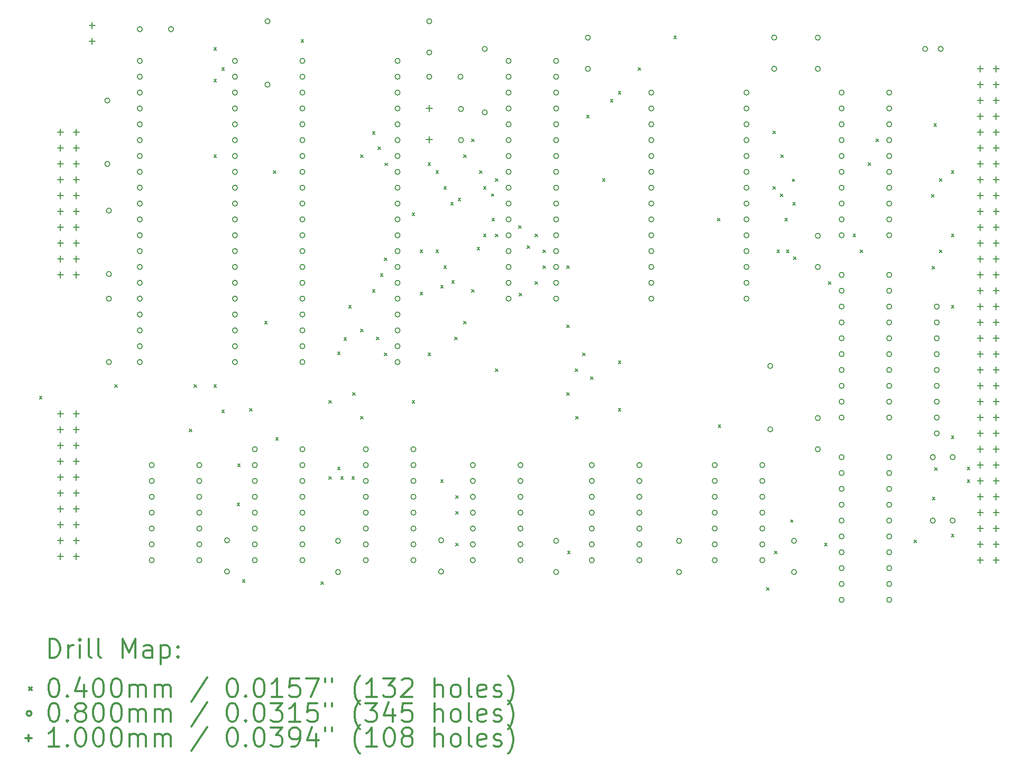
<source format=gbr>
%FSLAX45Y45*%
G04 Gerber Fmt 4.5, Leading zero omitted, Abs format (unit mm)*
G04 Created by KiCad (PCBNEW (5.1.10)-1) date 2021-07-28 22:43:25*
%MOMM*%
%LPD*%
G01*
G04 APERTURE LIST*
%ADD10C,0.200000*%
%ADD11C,0.300000*%
G04 APERTURE END LIST*
D10*
X6520500Y-10267001D02*
X6560500Y-10307001D01*
X6560500Y-10267001D02*
X6520500Y-10307001D01*
X7727000Y-10076500D02*
X7767000Y-10116500D01*
X7767000Y-10076500D02*
X7727000Y-10116500D01*
X8920800Y-10787699D02*
X8960800Y-10827699D01*
X8960800Y-10787699D02*
X8920800Y-10827699D01*
X8996999Y-10076500D02*
X9036999Y-10116500D01*
X9036999Y-10076500D02*
X8996999Y-10116500D01*
X9314500Y-4678999D02*
X9354500Y-4718999D01*
X9354500Y-4678999D02*
X9314500Y-4718999D01*
X9314500Y-5187000D02*
X9354500Y-5227000D01*
X9354500Y-5187000D02*
X9314500Y-5227000D01*
X9314500Y-6393500D02*
X9354500Y-6433500D01*
X9354500Y-6393500D02*
X9314500Y-6433500D01*
X9314500Y-10076500D02*
X9354500Y-10116500D01*
X9354500Y-10076500D02*
X9314500Y-10116500D01*
X9441500Y-4996500D02*
X9481500Y-5036500D01*
X9481500Y-4996500D02*
X9441500Y-5036500D01*
X9441500Y-10483851D02*
X9481500Y-10523851D01*
X9481500Y-10483851D02*
X9441500Y-10523851D01*
X9687550Y-11973550D02*
X9727550Y-12013550D01*
X9727550Y-11973550D02*
X9687550Y-12013550D01*
X9695500Y-11346500D02*
X9735500Y-11386500D01*
X9735500Y-11346500D02*
X9695500Y-11386500D01*
X9772349Y-13201349D02*
X9812349Y-13241349D01*
X9812349Y-13201349D02*
X9772349Y-13241349D01*
X9886000Y-10457500D02*
X9926000Y-10497500D01*
X9926000Y-10457500D02*
X9886000Y-10497500D01*
X10127300Y-9060500D02*
X10167300Y-9100500D01*
X10167300Y-9060500D02*
X10127300Y-9100500D01*
X10267000Y-6647500D02*
X10307000Y-6687500D01*
X10307000Y-6647500D02*
X10267000Y-6687500D01*
X10305100Y-10927400D02*
X10345100Y-10967400D01*
X10345100Y-10927400D02*
X10305100Y-10967400D01*
X10711500Y-4552000D02*
X10751500Y-4592000D01*
X10751500Y-4552000D02*
X10711500Y-4592000D01*
X11029000Y-13235949D02*
X11069000Y-13275949D01*
X11069000Y-13235949D02*
X11029000Y-13275949D01*
X11156000Y-11549700D02*
X11196000Y-11589700D01*
X11196000Y-11549700D02*
X11156000Y-11589700D01*
X11156000Y-10330501D02*
X11196000Y-10370501D01*
X11196000Y-10330501D02*
X11156000Y-10370501D01*
X11295700Y-9555800D02*
X11335700Y-9595800D01*
X11335700Y-9555800D02*
X11295700Y-9595800D01*
X11295700Y-11397300D02*
X11335700Y-11437300D01*
X11335700Y-11397300D02*
X11295700Y-11437300D01*
X11346500Y-11549700D02*
X11386500Y-11589700D01*
X11386500Y-11549700D02*
X11346500Y-11589700D01*
X11397300Y-9327200D02*
X11437300Y-9367200D01*
X11437300Y-9327200D02*
X11397300Y-9367200D01*
X11473500Y-8806500D02*
X11513500Y-8846500D01*
X11513500Y-8806500D02*
X11473500Y-8846500D01*
X11524300Y-11549700D02*
X11564300Y-11589700D01*
X11564300Y-11549700D02*
X11524300Y-11589700D01*
X11537000Y-10203500D02*
X11577000Y-10243500D01*
X11577000Y-10203500D02*
X11537000Y-10243500D01*
X11664000Y-6393500D02*
X11704000Y-6433500D01*
X11704000Y-6393500D02*
X11664000Y-6433500D01*
X11664000Y-9187500D02*
X11704000Y-9227500D01*
X11704000Y-9187500D02*
X11664000Y-9227500D01*
X11664000Y-10584500D02*
X11704000Y-10624500D01*
X11704000Y-10584500D02*
X11664000Y-10624500D01*
X11854500Y-6025200D02*
X11894500Y-6065200D01*
X11894500Y-6025200D02*
X11854500Y-6065200D01*
X11854500Y-8552500D02*
X11894500Y-8592500D01*
X11894500Y-8552500D02*
X11854500Y-8592500D01*
X11918000Y-9314500D02*
X11958000Y-9354500D01*
X11958000Y-9314500D02*
X11918000Y-9354500D01*
X11943400Y-6266500D02*
X11983400Y-6306500D01*
X11983400Y-6266500D02*
X11943400Y-6306500D01*
X11981500Y-8298500D02*
X12021500Y-8338500D01*
X12021500Y-8298500D02*
X11981500Y-8338500D01*
X12045000Y-8044500D02*
X12085000Y-8084500D01*
X12085000Y-8044500D02*
X12045000Y-8084500D01*
X12045000Y-9568500D02*
X12085000Y-9608500D01*
X12085000Y-9568500D02*
X12045000Y-9608500D01*
X12052950Y-6528450D02*
X12092950Y-6568450D01*
X12092950Y-6528450D02*
X12052950Y-6568450D01*
X12489500Y-7330449D02*
X12529500Y-7370449D01*
X12529500Y-7330449D02*
X12489500Y-7370449D01*
X12489500Y-10330500D02*
X12529500Y-10370500D01*
X12529500Y-10330500D02*
X12489500Y-10370500D01*
X12616500Y-7917500D02*
X12656500Y-7957500D01*
X12656500Y-7917500D02*
X12616500Y-7957500D01*
X12616500Y-8600449D02*
X12656500Y-8640449D01*
X12656500Y-8600449D02*
X12616500Y-8640449D01*
X12743500Y-6520500D02*
X12783500Y-6560500D01*
X12783500Y-6520500D02*
X12743500Y-6560500D01*
X12743500Y-9568500D02*
X12783500Y-9608500D01*
X12783500Y-9568500D02*
X12743500Y-9608500D01*
X12870500Y-6647500D02*
X12910500Y-6687500D01*
X12910500Y-6647500D02*
X12870500Y-6687500D01*
X12870500Y-7917500D02*
X12910500Y-7957500D01*
X12910500Y-7917500D02*
X12870500Y-7957500D01*
X12946699Y-11600500D02*
X12986699Y-11640500D01*
X12986699Y-11600500D02*
X12946699Y-11640500D01*
X12946700Y-8489000D02*
X12986700Y-8529000D01*
X12986700Y-8489000D02*
X12946700Y-8529000D01*
X12997500Y-6901500D02*
X13037500Y-6941500D01*
X13037500Y-6901500D02*
X12997500Y-6941500D01*
X12997500Y-8171500D02*
X13037500Y-8211500D01*
X13037500Y-8171500D02*
X12997500Y-8211500D01*
X13107795Y-7158932D02*
X13147795Y-7198932D01*
X13147795Y-7158932D02*
X13107795Y-7198932D01*
X13124500Y-8409949D02*
X13164500Y-8449949D01*
X13164500Y-8409949D02*
X13124500Y-8449949D01*
X13172449Y-9314500D02*
X13212449Y-9354500D01*
X13212449Y-9314500D02*
X13172449Y-9354500D01*
X13188000Y-11854500D02*
X13228000Y-11894500D01*
X13228000Y-11854500D02*
X13188000Y-11894500D01*
X13188000Y-12108500D02*
X13228000Y-12148500D01*
X13228000Y-12108500D02*
X13188000Y-12148500D01*
X13188000Y-12616500D02*
X13228000Y-12656500D01*
X13228000Y-12616500D02*
X13188000Y-12656500D01*
X13226100Y-7091999D02*
X13266100Y-7131999D01*
X13266100Y-7091999D02*
X13226100Y-7131999D01*
X13315000Y-6393500D02*
X13355000Y-6433500D01*
X13355000Y-6393500D02*
X13315000Y-6433500D01*
X13315000Y-9060500D02*
X13355000Y-9100500D01*
X13355000Y-9060500D02*
X13315000Y-9100500D01*
X13442000Y-6139500D02*
X13482000Y-6179500D01*
X13482000Y-6139500D02*
X13442000Y-6179500D01*
X13442000Y-8552500D02*
X13482000Y-8592500D01*
X13482000Y-8552500D02*
X13442000Y-8592500D01*
X13530900Y-7879400D02*
X13570900Y-7919400D01*
X13570900Y-7879400D02*
X13530900Y-7919400D01*
X13569000Y-6647500D02*
X13609000Y-6687500D01*
X13609000Y-6647500D02*
X13569000Y-6687500D01*
X13632500Y-6901500D02*
X13672500Y-6941500D01*
X13672500Y-6901500D02*
X13632500Y-6941500D01*
X13632500Y-7663500D02*
X13672500Y-7703500D01*
X13672500Y-7663500D02*
X13632500Y-7703500D01*
X13759500Y-7018348D02*
X13799500Y-7058348D01*
X13799500Y-7018348D02*
X13759500Y-7058348D01*
X13768162Y-7409500D02*
X13808162Y-7449500D01*
X13808162Y-7409500D02*
X13768162Y-7449500D01*
X13823000Y-6774500D02*
X13863000Y-6814500D01*
X13863000Y-6774500D02*
X13823000Y-6814500D01*
X13823000Y-7663500D02*
X13863000Y-7703500D01*
X13863000Y-7663500D02*
X13823000Y-7703500D01*
X13823000Y-9822500D02*
X13863000Y-9862500D01*
X13863000Y-9822500D02*
X13823000Y-9862500D01*
X14196050Y-7528550D02*
X14236050Y-7568550D01*
X14236050Y-7528550D02*
X14196050Y-7568550D01*
X14204000Y-8616000D02*
X14244000Y-8656000D01*
X14244000Y-8616000D02*
X14204000Y-8656000D01*
X14331000Y-7854000D02*
X14371000Y-7894000D01*
X14371000Y-7854000D02*
X14331000Y-7894000D01*
X14458000Y-7663500D02*
X14498000Y-7703500D01*
X14498000Y-7663500D02*
X14458000Y-7703500D01*
X14458000Y-8425500D02*
X14498000Y-8465500D01*
X14498000Y-8425500D02*
X14458000Y-8465500D01*
X14585000Y-7917500D02*
X14625000Y-7957500D01*
X14625000Y-7917500D02*
X14585000Y-7957500D01*
X14585000Y-8171500D02*
X14625000Y-8211500D01*
X14625000Y-8171500D02*
X14585000Y-8211500D01*
X14966000Y-10203500D02*
X15006000Y-10243500D01*
X15006000Y-10203500D02*
X14966000Y-10243500D01*
X14966000Y-8171500D02*
X15006000Y-8211500D01*
X15006000Y-8171500D02*
X14966000Y-8211500D01*
X14966000Y-9124000D02*
X15006000Y-9164000D01*
X15006000Y-9124000D02*
X14966000Y-9164000D01*
X14978700Y-12743500D02*
X15018700Y-12783500D01*
X15018700Y-12743500D02*
X14978700Y-12783500D01*
X15098701Y-9823537D02*
X15138701Y-9863537D01*
X15138701Y-9823537D02*
X15098701Y-9863537D01*
X15108551Y-10584500D02*
X15148551Y-10624500D01*
X15148551Y-10584500D02*
X15108551Y-10624500D01*
X15220000Y-9568500D02*
X15260000Y-9608500D01*
X15260000Y-9568500D02*
X15220000Y-9608500D01*
X15283501Y-5758500D02*
X15323501Y-5798500D01*
X15323501Y-5758500D02*
X15283501Y-5798500D01*
X15347000Y-9949500D02*
X15387000Y-9989500D01*
X15387000Y-9949500D02*
X15347000Y-9989500D01*
X15537500Y-6774500D02*
X15577500Y-6814500D01*
X15577500Y-6774500D02*
X15537500Y-6814500D01*
X15664500Y-5504500D02*
X15704500Y-5544500D01*
X15704500Y-5504500D02*
X15664500Y-5544500D01*
X15791500Y-5377500D02*
X15831500Y-5417500D01*
X15831500Y-5377500D02*
X15791500Y-5417500D01*
X15791500Y-5377500D02*
X15831500Y-5417500D01*
X15831500Y-5377500D02*
X15791500Y-5417500D01*
X15791500Y-9695500D02*
X15831500Y-9735500D01*
X15831500Y-9695500D02*
X15791500Y-9735500D01*
X15791500Y-10457500D02*
X15831500Y-10497500D01*
X15831500Y-10457500D02*
X15791500Y-10497500D01*
X16109000Y-4996500D02*
X16149000Y-5036500D01*
X16149000Y-4996500D02*
X16109000Y-5036500D01*
X16680500Y-4488500D02*
X16720500Y-4528500D01*
X16720500Y-4488500D02*
X16680500Y-4528500D01*
X17379000Y-7409500D02*
X17419000Y-7449500D01*
X17419000Y-7409500D02*
X17379000Y-7449500D01*
X17391700Y-10724200D02*
X17431700Y-10764200D01*
X17431700Y-10724200D02*
X17391700Y-10764200D01*
X18166400Y-13327700D02*
X18206400Y-13367700D01*
X18206400Y-13327700D02*
X18166400Y-13367700D01*
X18268000Y-6012500D02*
X18308000Y-6052500D01*
X18308000Y-6012500D02*
X18268000Y-6052500D01*
X18268000Y-6901500D02*
X18308000Y-6941500D01*
X18308000Y-6901500D02*
X18268000Y-6941500D01*
X18293400Y-12743500D02*
X18333400Y-12783500D01*
X18333400Y-12743500D02*
X18293400Y-12783500D01*
X18331500Y-7917500D02*
X18371500Y-7957500D01*
X18371500Y-7917500D02*
X18331500Y-7957500D01*
X18387050Y-7020550D02*
X18427050Y-7060550D01*
X18427050Y-7020550D02*
X18387050Y-7060550D01*
X18395000Y-6393500D02*
X18435000Y-6433500D01*
X18435000Y-6393500D02*
X18395000Y-6433500D01*
X18458500Y-7409499D02*
X18498500Y-7449499D01*
X18498500Y-7409499D02*
X18458500Y-7449499D01*
X18483902Y-7917499D02*
X18523902Y-7957499D01*
X18523902Y-7917499D02*
X18483902Y-7957499D01*
X18552150Y-12243450D02*
X18592150Y-12283450D01*
X18592150Y-12243450D02*
X18552150Y-12283450D01*
X18577550Y-6782450D02*
X18617550Y-6822450D01*
X18617550Y-6782450D02*
X18577550Y-6822450D01*
X18585500Y-7155500D02*
X18625500Y-7195500D01*
X18625500Y-7155500D02*
X18585500Y-7195500D01*
X18598200Y-8031800D02*
X18638200Y-8071800D01*
X18638200Y-8031800D02*
X18598200Y-8071800D01*
X19093499Y-12616500D02*
X19133499Y-12656500D01*
X19133499Y-12616500D02*
X19093499Y-12656500D01*
X19157000Y-8425500D02*
X19197000Y-8465500D01*
X19197000Y-8425500D02*
X19157000Y-8465500D01*
X19157000Y-8425500D02*
X19197000Y-8465500D01*
X19197000Y-8425500D02*
X19157000Y-8465500D01*
X19550700Y-7663500D02*
X19590700Y-7703500D01*
X19590700Y-7663500D02*
X19550700Y-7703500D01*
X19665000Y-7917500D02*
X19705000Y-7957500D01*
X19705000Y-7917500D02*
X19665000Y-7957500D01*
X19792000Y-6520500D02*
X19832000Y-6560500D01*
X19832000Y-6520500D02*
X19792000Y-6560500D01*
X19919000Y-6139500D02*
X19959000Y-6179500D01*
X19959000Y-6139500D02*
X19919000Y-6179500D01*
X20528600Y-12565700D02*
X20568600Y-12605700D01*
X20568600Y-12565700D02*
X20528600Y-12605700D01*
X20808000Y-7028500D02*
X20848000Y-7068500D01*
X20848000Y-7028500D02*
X20808000Y-7068500D01*
X20818450Y-8181950D02*
X20858450Y-8221950D01*
X20858450Y-8181950D02*
X20818450Y-8221950D01*
X20820701Y-11879900D02*
X20860701Y-11919900D01*
X20860701Y-11879900D02*
X20820701Y-11919900D01*
X20846100Y-5898200D02*
X20886100Y-5938200D01*
X20886100Y-5898200D02*
X20846100Y-5938200D01*
X20858800Y-11410000D02*
X20898800Y-11450000D01*
X20898800Y-11410000D02*
X20858800Y-11450000D01*
X20935000Y-6774500D02*
X20975000Y-6814500D01*
X20975000Y-6774500D02*
X20935000Y-6814500D01*
X20935000Y-7917500D02*
X20975000Y-7957500D01*
X20975000Y-7917500D02*
X20935000Y-7957500D01*
X21125500Y-6647500D02*
X21165500Y-6687500D01*
X21165500Y-6647500D02*
X21125500Y-6687500D01*
X21125500Y-7663500D02*
X21165500Y-7703500D01*
X21165500Y-7663500D02*
X21125500Y-7703500D01*
X21125500Y-8806500D02*
X21165500Y-8846500D01*
X21165500Y-8806500D02*
X21125500Y-8846500D01*
X21125500Y-10902000D02*
X21165500Y-10942000D01*
X21165500Y-10902000D02*
X21125500Y-10942000D01*
X21125500Y-12476800D02*
X21165500Y-12516800D01*
X21165500Y-12476800D02*
X21125500Y-12516800D01*
X21379500Y-11397300D02*
X21419500Y-11437300D01*
X21419500Y-11397300D02*
X21379500Y-11437300D01*
X21379500Y-11600500D02*
X21419500Y-11640500D01*
X21419500Y-11600500D02*
X21379500Y-11640500D01*
X7647300Y-5524500D02*
G75*
G03*
X7647300Y-5524500I-40000J0D01*
G01*
X7647300Y-6540500D02*
G75*
G03*
X7647300Y-6540500I-40000J0D01*
G01*
X7672700Y-7289800D02*
G75*
G03*
X7672700Y-7289800I-40000J0D01*
G01*
X7672700Y-8305800D02*
G75*
G03*
X7672700Y-8305800I-40000J0D01*
G01*
X7672700Y-8699500D02*
G75*
G03*
X7672700Y-8699500I-40000J0D01*
G01*
X7672700Y-9715500D02*
G75*
G03*
X7672700Y-9715500I-40000J0D01*
G01*
X8168000Y-4381500D02*
G75*
G03*
X8168000Y-4381500I-40000J0D01*
G01*
X8168000Y-4889500D02*
G75*
G03*
X8168000Y-4889500I-40000J0D01*
G01*
X8168000Y-5143500D02*
G75*
G03*
X8168000Y-5143500I-40000J0D01*
G01*
X8168000Y-5397500D02*
G75*
G03*
X8168000Y-5397500I-40000J0D01*
G01*
X8168000Y-5651500D02*
G75*
G03*
X8168000Y-5651500I-40000J0D01*
G01*
X8168000Y-5905500D02*
G75*
G03*
X8168000Y-5905500I-40000J0D01*
G01*
X8168000Y-6159500D02*
G75*
G03*
X8168000Y-6159500I-40000J0D01*
G01*
X8168000Y-6413500D02*
G75*
G03*
X8168000Y-6413500I-40000J0D01*
G01*
X8168000Y-6667500D02*
G75*
G03*
X8168000Y-6667500I-40000J0D01*
G01*
X8168000Y-6921500D02*
G75*
G03*
X8168000Y-6921500I-40000J0D01*
G01*
X8168000Y-7175500D02*
G75*
G03*
X8168000Y-7175500I-40000J0D01*
G01*
X8168000Y-7429500D02*
G75*
G03*
X8168000Y-7429500I-40000J0D01*
G01*
X8168000Y-7683500D02*
G75*
G03*
X8168000Y-7683500I-40000J0D01*
G01*
X8168000Y-7937500D02*
G75*
G03*
X8168000Y-7937500I-40000J0D01*
G01*
X8168000Y-8191500D02*
G75*
G03*
X8168000Y-8191500I-40000J0D01*
G01*
X8168000Y-8445500D02*
G75*
G03*
X8168000Y-8445500I-40000J0D01*
G01*
X8168000Y-8699500D02*
G75*
G03*
X8168000Y-8699500I-40000J0D01*
G01*
X8168000Y-8953500D02*
G75*
G03*
X8168000Y-8953500I-40000J0D01*
G01*
X8168000Y-9207500D02*
G75*
G03*
X8168000Y-9207500I-40000J0D01*
G01*
X8168000Y-9461500D02*
G75*
G03*
X8168000Y-9461500I-40000J0D01*
G01*
X8168000Y-9715500D02*
G75*
G03*
X8168000Y-9715500I-40000J0D01*
G01*
X8358500Y-11366500D02*
G75*
G03*
X8358500Y-11366500I-40000J0D01*
G01*
X8358500Y-11620500D02*
G75*
G03*
X8358500Y-11620500I-40000J0D01*
G01*
X8358500Y-11874500D02*
G75*
G03*
X8358500Y-11874500I-40000J0D01*
G01*
X8358500Y-12128500D02*
G75*
G03*
X8358500Y-12128500I-40000J0D01*
G01*
X8358500Y-12382500D02*
G75*
G03*
X8358500Y-12382500I-40000J0D01*
G01*
X8358500Y-12636500D02*
G75*
G03*
X8358500Y-12636500I-40000J0D01*
G01*
X8358500Y-12890500D02*
G75*
G03*
X8358500Y-12890500I-40000J0D01*
G01*
X8668000Y-4381500D02*
G75*
G03*
X8668000Y-4381500I-40000J0D01*
G01*
X9120500Y-11366500D02*
G75*
G03*
X9120500Y-11366500I-40000J0D01*
G01*
X9120500Y-11620500D02*
G75*
G03*
X9120500Y-11620500I-40000J0D01*
G01*
X9120500Y-11874500D02*
G75*
G03*
X9120500Y-11874500I-40000J0D01*
G01*
X9120500Y-12128500D02*
G75*
G03*
X9120500Y-12128500I-40000J0D01*
G01*
X9120500Y-12382500D02*
G75*
G03*
X9120500Y-12382500I-40000J0D01*
G01*
X9120500Y-12636500D02*
G75*
G03*
X9120500Y-12636500I-40000J0D01*
G01*
X9120500Y-12890500D02*
G75*
G03*
X9120500Y-12890500I-40000J0D01*
G01*
X9565000Y-12573000D02*
G75*
G03*
X9565000Y-12573000I-40000J0D01*
G01*
X9565000Y-13073000D02*
G75*
G03*
X9565000Y-13073000I-40000J0D01*
G01*
X9692000Y-4889500D02*
G75*
G03*
X9692000Y-4889500I-40000J0D01*
G01*
X9692000Y-5143500D02*
G75*
G03*
X9692000Y-5143500I-40000J0D01*
G01*
X9692000Y-5397500D02*
G75*
G03*
X9692000Y-5397500I-40000J0D01*
G01*
X9692000Y-5651500D02*
G75*
G03*
X9692000Y-5651500I-40000J0D01*
G01*
X9692000Y-5905500D02*
G75*
G03*
X9692000Y-5905500I-40000J0D01*
G01*
X9692000Y-6159500D02*
G75*
G03*
X9692000Y-6159500I-40000J0D01*
G01*
X9692000Y-6413500D02*
G75*
G03*
X9692000Y-6413500I-40000J0D01*
G01*
X9692000Y-6667500D02*
G75*
G03*
X9692000Y-6667500I-40000J0D01*
G01*
X9692000Y-6921500D02*
G75*
G03*
X9692000Y-6921500I-40000J0D01*
G01*
X9692000Y-7175500D02*
G75*
G03*
X9692000Y-7175500I-40000J0D01*
G01*
X9692000Y-7429500D02*
G75*
G03*
X9692000Y-7429500I-40000J0D01*
G01*
X9692000Y-7683500D02*
G75*
G03*
X9692000Y-7683500I-40000J0D01*
G01*
X9692000Y-7937500D02*
G75*
G03*
X9692000Y-7937500I-40000J0D01*
G01*
X9692000Y-8191500D02*
G75*
G03*
X9692000Y-8191500I-40000J0D01*
G01*
X9692000Y-8445500D02*
G75*
G03*
X9692000Y-8445500I-40000J0D01*
G01*
X9692000Y-8699500D02*
G75*
G03*
X9692000Y-8699500I-40000J0D01*
G01*
X9692000Y-8953500D02*
G75*
G03*
X9692000Y-8953500I-40000J0D01*
G01*
X9692000Y-9207500D02*
G75*
G03*
X9692000Y-9207500I-40000J0D01*
G01*
X9692000Y-9461500D02*
G75*
G03*
X9692000Y-9461500I-40000J0D01*
G01*
X9692000Y-9715500D02*
G75*
G03*
X9692000Y-9715500I-40000J0D01*
G01*
X10009500Y-11112500D02*
G75*
G03*
X10009500Y-11112500I-40000J0D01*
G01*
X10009500Y-11366500D02*
G75*
G03*
X10009500Y-11366500I-40000J0D01*
G01*
X10009500Y-11620500D02*
G75*
G03*
X10009500Y-11620500I-40000J0D01*
G01*
X10009500Y-11874500D02*
G75*
G03*
X10009500Y-11874500I-40000J0D01*
G01*
X10009500Y-12128500D02*
G75*
G03*
X10009500Y-12128500I-40000J0D01*
G01*
X10009500Y-12382500D02*
G75*
G03*
X10009500Y-12382500I-40000J0D01*
G01*
X10009500Y-12636500D02*
G75*
G03*
X10009500Y-12636500I-40000J0D01*
G01*
X10009500Y-12890500D02*
G75*
G03*
X10009500Y-12890500I-40000J0D01*
G01*
X10212700Y-4254500D02*
G75*
G03*
X10212700Y-4254500I-40000J0D01*
G01*
X10212700Y-5270500D02*
G75*
G03*
X10212700Y-5270500I-40000J0D01*
G01*
X10771500Y-4889500D02*
G75*
G03*
X10771500Y-4889500I-40000J0D01*
G01*
X10771500Y-5143500D02*
G75*
G03*
X10771500Y-5143500I-40000J0D01*
G01*
X10771500Y-5397500D02*
G75*
G03*
X10771500Y-5397500I-40000J0D01*
G01*
X10771500Y-5651500D02*
G75*
G03*
X10771500Y-5651500I-40000J0D01*
G01*
X10771500Y-5905500D02*
G75*
G03*
X10771500Y-5905500I-40000J0D01*
G01*
X10771500Y-6159500D02*
G75*
G03*
X10771500Y-6159500I-40000J0D01*
G01*
X10771500Y-6413500D02*
G75*
G03*
X10771500Y-6413500I-40000J0D01*
G01*
X10771500Y-6667500D02*
G75*
G03*
X10771500Y-6667500I-40000J0D01*
G01*
X10771500Y-6921500D02*
G75*
G03*
X10771500Y-6921500I-40000J0D01*
G01*
X10771500Y-7175500D02*
G75*
G03*
X10771500Y-7175500I-40000J0D01*
G01*
X10771500Y-7429500D02*
G75*
G03*
X10771500Y-7429500I-40000J0D01*
G01*
X10771500Y-7683500D02*
G75*
G03*
X10771500Y-7683500I-40000J0D01*
G01*
X10771500Y-7937500D02*
G75*
G03*
X10771500Y-7937500I-40000J0D01*
G01*
X10771500Y-8191500D02*
G75*
G03*
X10771500Y-8191500I-40000J0D01*
G01*
X10771500Y-8445500D02*
G75*
G03*
X10771500Y-8445500I-40000J0D01*
G01*
X10771500Y-8699500D02*
G75*
G03*
X10771500Y-8699500I-40000J0D01*
G01*
X10771500Y-8953500D02*
G75*
G03*
X10771500Y-8953500I-40000J0D01*
G01*
X10771500Y-9207500D02*
G75*
G03*
X10771500Y-9207500I-40000J0D01*
G01*
X10771500Y-9461500D02*
G75*
G03*
X10771500Y-9461500I-40000J0D01*
G01*
X10771500Y-9715500D02*
G75*
G03*
X10771500Y-9715500I-40000J0D01*
G01*
X10771500Y-11112500D02*
G75*
G03*
X10771500Y-11112500I-40000J0D01*
G01*
X10771500Y-11366500D02*
G75*
G03*
X10771500Y-11366500I-40000J0D01*
G01*
X10771500Y-11620500D02*
G75*
G03*
X10771500Y-11620500I-40000J0D01*
G01*
X10771500Y-11874500D02*
G75*
G03*
X10771500Y-11874500I-40000J0D01*
G01*
X10771500Y-12128500D02*
G75*
G03*
X10771500Y-12128500I-40000J0D01*
G01*
X10771500Y-12382500D02*
G75*
G03*
X10771500Y-12382500I-40000J0D01*
G01*
X10771500Y-12636500D02*
G75*
G03*
X10771500Y-12636500I-40000J0D01*
G01*
X10771500Y-12890500D02*
G75*
G03*
X10771500Y-12890500I-40000J0D01*
G01*
X11343000Y-12581000D02*
G75*
G03*
X11343000Y-12581000I-40000J0D01*
G01*
X11343000Y-13081000D02*
G75*
G03*
X11343000Y-13081000I-40000J0D01*
G01*
X11787500Y-11112500D02*
G75*
G03*
X11787500Y-11112500I-40000J0D01*
G01*
X11787500Y-11366500D02*
G75*
G03*
X11787500Y-11366500I-40000J0D01*
G01*
X11787500Y-11620500D02*
G75*
G03*
X11787500Y-11620500I-40000J0D01*
G01*
X11787500Y-11874500D02*
G75*
G03*
X11787500Y-11874500I-40000J0D01*
G01*
X11787500Y-12128500D02*
G75*
G03*
X11787500Y-12128500I-40000J0D01*
G01*
X11787500Y-12382500D02*
G75*
G03*
X11787500Y-12382500I-40000J0D01*
G01*
X11787500Y-12636500D02*
G75*
G03*
X11787500Y-12636500I-40000J0D01*
G01*
X11787500Y-12890500D02*
G75*
G03*
X11787500Y-12890500I-40000J0D01*
G01*
X12295500Y-4889500D02*
G75*
G03*
X12295500Y-4889500I-40000J0D01*
G01*
X12295500Y-5143500D02*
G75*
G03*
X12295500Y-5143500I-40000J0D01*
G01*
X12295500Y-5397500D02*
G75*
G03*
X12295500Y-5397500I-40000J0D01*
G01*
X12295500Y-5651500D02*
G75*
G03*
X12295500Y-5651500I-40000J0D01*
G01*
X12295500Y-5905500D02*
G75*
G03*
X12295500Y-5905500I-40000J0D01*
G01*
X12295500Y-6159500D02*
G75*
G03*
X12295500Y-6159500I-40000J0D01*
G01*
X12295500Y-6413500D02*
G75*
G03*
X12295500Y-6413500I-40000J0D01*
G01*
X12295500Y-6667500D02*
G75*
G03*
X12295500Y-6667500I-40000J0D01*
G01*
X12295500Y-6921500D02*
G75*
G03*
X12295500Y-6921500I-40000J0D01*
G01*
X12295500Y-7175500D02*
G75*
G03*
X12295500Y-7175500I-40000J0D01*
G01*
X12295500Y-7429500D02*
G75*
G03*
X12295500Y-7429500I-40000J0D01*
G01*
X12295500Y-7683500D02*
G75*
G03*
X12295500Y-7683500I-40000J0D01*
G01*
X12295500Y-7937500D02*
G75*
G03*
X12295500Y-7937500I-40000J0D01*
G01*
X12295500Y-8191500D02*
G75*
G03*
X12295500Y-8191500I-40000J0D01*
G01*
X12295500Y-8445500D02*
G75*
G03*
X12295500Y-8445500I-40000J0D01*
G01*
X12295500Y-8699500D02*
G75*
G03*
X12295500Y-8699500I-40000J0D01*
G01*
X12295500Y-8953500D02*
G75*
G03*
X12295500Y-8953500I-40000J0D01*
G01*
X12295500Y-9207500D02*
G75*
G03*
X12295500Y-9207500I-40000J0D01*
G01*
X12295500Y-9461500D02*
G75*
G03*
X12295500Y-9461500I-40000J0D01*
G01*
X12295500Y-9715500D02*
G75*
G03*
X12295500Y-9715500I-40000J0D01*
G01*
X12549500Y-11112500D02*
G75*
G03*
X12549500Y-11112500I-40000J0D01*
G01*
X12549500Y-11366500D02*
G75*
G03*
X12549500Y-11366500I-40000J0D01*
G01*
X12549500Y-11620500D02*
G75*
G03*
X12549500Y-11620500I-40000J0D01*
G01*
X12549500Y-11874500D02*
G75*
G03*
X12549500Y-11874500I-40000J0D01*
G01*
X12549500Y-12128500D02*
G75*
G03*
X12549500Y-12128500I-40000J0D01*
G01*
X12549500Y-12382500D02*
G75*
G03*
X12549500Y-12382500I-40000J0D01*
G01*
X12549500Y-12636500D02*
G75*
G03*
X12549500Y-12636500I-40000J0D01*
G01*
X12549500Y-12890500D02*
G75*
G03*
X12549500Y-12890500I-40000J0D01*
G01*
X12803500Y-4254500D02*
G75*
G03*
X12803500Y-4254500I-40000J0D01*
G01*
X12803500Y-4754500D02*
G75*
G03*
X12803500Y-4754500I-40000J0D01*
G01*
X12803500Y-5143500D02*
G75*
G03*
X12803500Y-5143500I-40000J0D01*
G01*
X12994000Y-12573000D02*
G75*
G03*
X12994000Y-12573000I-40000J0D01*
G01*
X12994000Y-13073000D02*
G75*
G03*
X12994000Y-13073000I-40000J0D01*
G01*
X13303500Y-5143500D02*
G75*
G03*
X13303500Y-5143500I-40000J0D01*
G01*
X13311500Y-5659500D02*
G75*
G03*
X13311500Y-5659500I-40000J0D01*
G01*
X13311500Y-6159500D02*
G75*
G03*
X13311500Y-6159500I-40000J0D01*
G01*
X13502000Y-11366500D02*
G75*
G03*
X13502000Y-11366500I-40000J0D01*
G01*
X13502000Y-11620500D02*
G75*
G03*
X13502000Y-11620500I-40000J0D01*
G01*
X13502000Y-11874500D02*
G75*
G03*
X13502000Y-11874500I-40000J0D01*
G01*
X13502000Y-12128500D02*
G75*
G03*
X13502000Y-12128500I-40000J0D01*
G01*
X13502000Y-12382500D02*
G75*
G03*
X13502000Y-12382500I-40000J0D01*
G01*
X13502000Y-12636500D02*
G75*
G03*
X13502000Y-12636500I-40000J0D01*
G01*
X13502000Y-12890500D02*
G75*
G03*
X13502000Y-12890500I-40000J0D01*
G01*
X13692500Y-4699000D02*
G75*
G03*
X13692500Y-4699000I-40000J0D01*
G01*
X13692500Y-5715000D02*
G75*
G03*
X13692500Y-5715000I-40000J0D01*
G01*
X14073500Y-4889500D02*
G75*
G03*
X14073500Y-4889500I-40000J0D01*
G01*
X14073500Y-5143500D02*
G75*
G03*
X14073500Y-5143500I-40000J0D01*
G01*
X14073500Y-5397500D02*
G75*
G03*
X14073500Y-5397500I-40000J0D01*
G01*
X14073500Y-5651500D02*
G75*
G03*
X14073500Y-5651500I-40000J0D01*
G01*
X14073500Y-5905500D02*
G75*
G03*
X14073500Y-5905500I-40000J0D01*
G01*
X14073500Y-6159500D02*
G75*
G03*
X14073500Y-6159500I-40000J0D01*
G01*
X14073500Y-6413500D02*
G75*
G03*
X14073500Y-6413500I-40000J0D01*
G01*
X14073500Y-6667500D02*
G75*
G03*
X14073500Y-6667500I-40000J0D01*
G01*
X14073500Y-6921500D02*
G75*
G03*
X14073500Y-6921500I-40000J0D01*
G01*
X14073500Y-7175500D02*
G75*
G03*
X14073500Y-7175500I-40000J0D01*
G01*
X14073500Y-7429500D02*
G75*
G03*
X14073500Y-7429500I-40000J0D01*
G01*
X14073500Y-7683500D02*
G75*
G03*
X14073500Y-7683500I-40000J0D01*
G01*
X14073500Y-7937500D02*
G75*
G03*
X14073500Y-7937500I-40000J0D01*
G01*
X14073500Y-8191500D02*
G75*
G03*
X14073500Y-8191500I-40000J0D01*
G01*
X14073500Y-8445500D02*
G75*
G03*
X14073500Y-8445500I-40000J0D01*
G01*
X14073500Y-8699500D02*
G75*
G03*
X14073500Y-8699500I-40000J0D01*
G01*
X14264000Y-11366500D02*
G75*
G03*
X14264000Y-11366500I-40000J0D01*
G01*
X14264000Y-11620500D02*
G75*
G03*
X14264000Y-11620500I-40000J0D01*
G01*
X14264000Y-11874500D02*
G75*
G03*
X14264000Y-11874500I-40000J0D01*
G01*
X14264000Y-12128500D02*
G75*
G03*
X14264000Y-12128500I-40000J0D01*
G01*
X14264000Y-12382500D02*
G75*
G03*
X14264000Y-12382500I-40000J0D01*
G01*
X14264000Y-12636500D02*
G75*
G03*
X14264000Y-12636500I-40000J0D01*
G01*
X14264000Y-12890500D02*
G75*
G03*
X14264000Y-12890500I-40000J0D01*
G01*
X14835500Y-4889500D02*
G75*
G03*
X14835500Y-4889500I-40000J0D01*
G01*
X14835500Y-5143500D02*
G75*
G03*
X14835500Y-5143500I-40000J0D01*
G01*
X14835500Y-5397500D02*
G75*
G03*
X14835500Y-5397500I-40000J0D01*
G01*
X14835500Y-5651500D02*
G75*
G03*
X14835500Y-5651500I-40000J0D01*
G01*
X14835500Y-5905500D02*
G75*
G03*
X14835500Y-5905500I-40000J0D01*
G01*
X14835500Y-6159500D02*
G75*
G03*
X14835500Y-6159500I-40000J0D01*
G01*
X14835500Y-6413500D02*
G75*
G03*
X14835500Y-6413500I-40000J0D01*
G01*
X14835500Y-6667500D02*
G75*
G03*
X14835500Y-6667500I-40000J0D01*
G01*
X14835500Y-6921500D02*
G75*
G03*
X14835500Y-6921500I-40000J0D01*
G01*
X14835500Y-7175500D02*
G75*
G03*
X14835500Y-7175500I-40000J0D01*
G01*
X14835500Y-7429500D02*
G75*
G03*
X14835500Y-7429500I-40000J0D01*
G01*
X14835500Y-7683500D02*
G75*
G03*
X14835500Y-7683500I-40000J0D01*
G01*
X14835500Y-7937500D02*
G75*
G03*
X14835500Y-7937500I-40000J0D01*
G01*
X14835500Y-8191500D02*
G75*
G03*
X14835500Y-8191500I-40000J0D01*
G01*
X14835500Y-8445500D02*
G75*
G03*
X14835500Y-8445500I-40000J0D01*
G01*
X14835500Y-8699500D02*
G75*
G03*
X14835500Y-8699500I-40000J0D01*
G01*
X14835500Y-12581000D02*
G75*
G03*
X14835500Y-12581000I-40000J0D01*
G01*
X14835500Y-13081000D02*
G75*
G03*
X14835500Y-13081000I-40000J0D01*
G01*
X15343500Y-4516500D02*
G75*
G03*
X15343500Y-4516500I-40000J0D01*
G01*
X15343500Y-5016500D02*
G75*
G03*
X15343500Y-5016500I-40000J0D01*
G01*
X15407000Y-11366500D02*
G75*
G03*
X15407000Y-11366500I-40000J0D01*
G01*
X15407000Y-11620500D02*
G75*
G03*
X15407000Y-11620500I-40000J0D01*
G01*
X15407000Y-11874500D02*
G75*
G03*
X15407000Y-11874500I-40000J0D01*
G01*
X15407000Y-12128500D02*
G75*
G03*
X15407000Y-12128500I-40000J0D01*
G01*
X15407000Y-12382500D02*
G75*
G03*
X15407000Y-12382500I-40000J0D01*
G01*
X15407000Y-12636500D02*
G75*
G03*
X15407000Y-12636500I-40000J0D01*
G01*
X15407000Y-12890500D02*
G75*
G03*
X15407000Y-12890500I-40000J0D01*
G01*
X16169000Y-11366500D02*
G75*
G03*
X16169000Y-11366500I-40000J0D01*
G01*
X16169000Y-11620500D02*
G75*
G03*
X16169000Y-11620500I-40000J0D01*
G01*
X16169000Y-11874500D02*
G75*
G03*
X16169000Y-11874500I-40000J0D01*
G01*
X16169000Y-12128500D02*
G75*
G03*
X16169000Y-12128500I-40000J0D01*
G01*
X16169000Y-12382500D02*
G75*
G03*
X16169000Y-12382500I-40000J0D01*
G01*
X16169000Y-12636500D02*
G75*
G03*
X16169000Y-12636500I-40000J0D01*
G01*
X16169000Y-12890500D02*
G75*
G03*
X16169000Y-12890500I-40000J0D01*
G01*
X16359500Y-5397500D02*
G75*
G03*
X16359500Y-5397500I-40000J0D01*
G01*
X16359500Y-5651500D02*
G75*
G03*
X16359500Y-5651500I-40000J0D01*
G01*
X16359500Y-5905500D02*
G75*
G03*
X16359500Y-5905500I-40000J0D01*
G01*
X16359500Y-6159500D02*
G75*
G03*
X16359500Y-6159500I-40000J0D01*
G01*
X16359500Y-6413500D02*
G75*
G03*
X16359500Y-6413500I-40000J0D01*
G01*
X16359500Y-6667500D02*
G75*
G03*
X16359500Y-6667500I-40000J0D01*
G01*
X16359500Y-6921500D02*
G75*
G03*
X16359500Y-6921500I-40000J0D01*
G01*
X16359500Y-7175500D02*
G75*
G03*
X16359500Y-7175500I-40000J0D01*
G01*
X16359500Y-7429500D02*
G75*
G03*
X16359500Y-7429500I-40000J0D01*
G01*
X16359500Y-7683500D02*
G75*
G03*
X16359500Y-7683500I-40000J0D01*
G01*
X16359500Y-7937500D02*
G75*
G03*
X16359500Y-7937500I-40000J0D01*
G01*
X16359500Y-8191500D02*
G75*
G03*
X16359500Y-8191500I-40000J0D01*
G01*
X16359500Y-8445500D02*
G75*
G03*
X16359500Y-8445500I-40000J0D01*
G01*
X16359500Y-8699500D02*
G75*
G03*
X16359500Y-8699500I-40000J0D01*
G01*
X16804000Y-12581000D02*
G75*
G03*
X16804000Y-12581000I-40000J0D01*
G01*
X16804000Y-13081000D02*
G75*
G03*
X16804000Y-13081000I-40000J0D01*
G01*
X17375500Y-11366500D02*
G75*
G03*
X17375500Y-11366500I-40000J0D01*
G01*
X17375500Y-11620500D02*
G75*
G03*
X17375500Y-11620500I-40000J0D01*
G01*
X17375500Y-11874500D02*
G75*
G03*
X17375500Y-11874500I-40000J0D01*
G01*
X17375500Y-12128500D02*
G75*
G03*
X17375500Y-12128500I-40000J0D01*
G01*
X17375500Y-12382500D02*
G75*
G03*
X17375500Y-12382500I-40000J0D01*
G01*
X17375500Y-12636500D02*
G75*
G03*
X17375500Y-12636500I-40000J0D01*
G01*
X17375500Y-12890500D02*
G75*
G03*
X17375500Y-12890500I-40000J0D01*
G01*
X17883500Y-5397500D02*
G75*
G03*
X17883500Y-5397500I-40000J0D01*
G01*
X17883500Y-5651500D02*
G75*
G03*
X17883500Y-5651500I-40000J0D01*
G01*
X17883500Y-5905500D02*
G75*
G03*
X17883500Y-5905500I-40000J0D01*
G01*
X17883500Y-6159500D02*
G75*
G03*
X17883500Y-6159500I-40000J0D01*
G01*
X17883500Y-6413500D02*
G75*
G03*
X17883500Y-6413500I-40000J0D01*
G01*
X17883500Y-6667500D02*
G75*
G03*
X17883500Y-6667500I-40000J0D01*
G01*
X17883500Y-6921500D02*
G75*
G03*
X17883500Y-6921500I-40000J0D01*
G01*
X17883500Y-7175500D02*
G75*
G03*
X17883500Y-7175500I-40000J0D01*
G01*
X17883500Y-7429500D02*
G75*
G03*
X17883500Y-7429500I-40000J0D01*
G01*
X17883500Y-7683500D02*
G75*
G03*
X17883500Y-7683500I-40000J0D01*
G01*
X17883500Y-7937500D02*
G75*
G03*
X17883500Y-7937500I-40000J0D01*
G01*
X17883500Y-8191500D02*
G75*
G03*
X17883500Y-8191500I-40000J0D01*
G01*
X17883500Y-8445500D02*
G75*
G03*
X17883500Y-8445500I-40000J0D01*
G01*
X17883500Y-8699500D02*
G75*
G03*
X17883500Y-8699500I-40000J0D01*
G01*
X18137500Y-11366500D02*
G75*
G03*
X18137500Y-11366500I-40000J0D01*
G01*
X18137500Y-11620500D02*
G75*
G03*
X18137500Y-11620500I-40000J0D01*
G01*
X18137500Y-11874500D02*
G75*
G03*
X18137500Y-11874500I-40000J0D01*
G01*
X18137500Y-12128500D02*
G75*
G03*
X18137500Y-12128500I-40000J0D01*
G01*
X18137500Y-12382500D02*
G75*
G03*
X18137500Y-12382500I-40000J0D01*
G01*
X18137500Y-12636500D02*
G75*
G03*
X18137500Y-12636500I-40000J0D01*
G01*
X18137500Y-12890500D02*
G75*
G03*
X18137500Y-12890500I-40000J0D01*
G01*
X18264500Y-9779000D02*
G75*
G03*
X18264500Y-9779000I-40000J0D01*
G01*
X18264500Y-10795000D02*
G75*
G03*
X18264500Y-10795000I-40000J0D01*
G01*
X18328000Y-4516500D02*
G75*
G03*
X18328000Y-4516500I-40000J0D01*
G01*
X18328000Y-5016500D02*
G75*
G03*
X18328000Y-5016500I-40000J0D01*
G01*
X18645500Y-12581000D02*
G75*
G03*
X18645500Y-12581000I-40000J0D01*
G01*
X18645500Y-13081000D02*
G75*
G03*
X18645500Y-13081000I-40000J0D01*
G01*
X19026500Y-4516500D02*
G75*
G03*
X19026500Y-4516500I-40000J0D01*
G01*
X19026500Y-5016500D02*
G75*
G03*
X19026500Y-5016500I-40000J0D01*
G01*
X19026500Y-7691500D02*
G75*
G03*
X19026500Y-7691500I-40000J0D01*
G01*
X19026500Y-8191500D02*
G75*
G03*
X19026500Y-8191500I-40000J0D01*
G01*
X19026500Y-10612500D02*
G75*
G03*
X19026500Y-10612500I-40000J0D01*
G01*
X19026500Y-11112500D02*
G75*
G03*
X19026500Y-11112500I-40000J0D01*
G01*
X19407500Y-5397500D02*
G75*
G03*
X19407500Y-5397500I-40000J0D01*
G01*
X19407500Y-5651500D02*
G75*
G03*
X19407500Y-5651500I-40000J0D01*
G01*
X19407500Y-5905500D02*
G75*
G03*
X19407500Y-5905500I-40000J0D01*
G01*
X19407500Y-6159500D02*
G75*
G03*
X19407500Y-6159500I-40000J0D01*
G01*
X19407500Y-6413500D02*
G75*
G03*
X19407500Y-6413500I-40000J0D01*
G01*
X19407500Y-6667500D02*
G75*
G03*
X19407500Y-6667500I-40000J0D01*
G01*
X19407500Y-6921500D02*
G75*
G03*
X19407500Y-6921500I-40000J0D01*
G01*
X19407500Y-7175500D02*
G75*
G03*
X19407500Y-7175500I-40000J0D01*
G01*
X19407500Y-7429500D02*
G75*
G03*
X19407500Y-7429500I-40000J0D01*
G01*
X19407500Y-7683500D02*
G75*
G03*
X19407500Y-7683500I-40000J0D01*
G01*
X19407500Y-8318500D02*
G75*
G03*
X19407500Y-8318500I-40000J0D01*
G01*
X19407500Y-8572500D02*
G75*
G03*
X19407500Y-8572500I-40000J0D01*
G01*
X19407500Y-8826500D02*
G75*
G03*
X19407500Y-8826500I-40000J0D01*
G01*
X19407500Y-9080500D02*
G75*
G03*
X19407500Y-9080500I-40000J0D01*
G01*
X19407500Y-9334500D02*
G75*
G03*
X19407500Y-9334500I-40000J0D01*
G01*
X19407500Y-9588500D02*
G75*
G03*
X19407500Y-9588500I-40000J0D01*
G01*
X19407500Y-9842500D02*
G75*
G03*
X19407500Y-9842500I-40000J0D01*
G01*
X19407500Y-10096500D02*
G75*
G03*
X19407500Y-10096500I-40000J0D01*
G01*
X19407500Y-10350500D02*
G75*
G03*
X19407500Y-10350500I-40000J0D01*
G01*
X19407500Y-10604500D02*
G75*
G03*
X19407500Y-10604500I-40000J0D01*
G01*
X19407500Y-11239500D02*
G75*
G03*
X19407500Y-11239500I-40000J0D01*
G01*
X19407500Y-11493500D02*
G75*
G03*
X19407500Y-11493500I-40000J0D01*
G01*
X19407500Y-11747500D02*
G75*
G03*
X19407500Y-11747500I-40000J0D01*
G01*
X19407500Y-12001500D02*
G75*
G03*
X19407500Y-12001500I-40000J0D01*
G01*
X19407500Y-12255500D02*
G75*
G03*
X19407500Y-12255500I-40000J0D01*
G01*
X19407500Y-12509500D02*
G75*
G03*
X19407500Y-12509500I-40000J0D01*
G01*
X19407500Y-12763500D02*
G75*
G03*
X19407500Y-12763500I-40000J0D01*
G01*
X19407500Y-13017500D02*
G75*
G03*
X19407500Y-13017500I-40000J0D01*
G01*
X19407500Y-13271500D02*
G75*
G03*
X19407500Y-13271500I-40000J0D01*
G01*
X19407500Y-13525500D02*
G75*
G03*
X19407500Y-13525500I-40000J0D01*
G01*
X20169500Y-5397500D02*
G75*
G03*
X20169500Y-5397500I-40000J0D01*
G01*
X20169500Y-5651500D02*
G75*
G03*
X20169500Y-5651500I-40000J0D01*
G01*
X20169500Y-5905500D02*
G75*
G03*
X20169500Y-5905500I-40000J0D01*
G01*
X20169500Y-6159500D02*
G75*
G03*
X20169500Y-6159500I-40000J0D01*
G01*
X20169500Y-6413500D02*
G75*
G03*
X20169500Y-6413500I-40000J0D01*
G01*
X20169500Y-6667500D02*
G75*
G03*
X20169500Y-6667500I-40000J0D01*
G01*
X20169500Y-6921500D02*
G75*
G03*
X20169500Y-6921500I-40000J0D01*
G01*
X20169500Y-7175500D02*
G75*
G03*
X20169500Y-7175500I-40000J0D01*
G01*
X20169500Y-7429500D02*
G75*
G03*
X20169500Y-7429500I-40000J0D01*
G01*
X20169500Y-7683500D02*
G75*
G03*
X20169500Y-7683500I-40000J0D01*
G01*
X20169500Y-8318500D02*
G75*
G03*
X20169500Y-8318500I-40000J0D01*
G01*
X20169500Y-8572500D02*
G75*
G03*
X20169500Y-8572500I-40000J0D01*
G01*
X20169500Y-8826500D02*
G75*
G03*
X20169500Y-8826500I-40000J0D01*
G01*
X20169500Y-9080500D02*
G75*
G03*
X20169500Y-9080500I-40000J0D01*
G01*
X20169500Y-9334500D02*
G75*
G03*
X20169500Y-9334500I-40000J0D01*
G01*
X20169500Y-9588500D02*
G75*
G03*
X20169500Y-9588500I-40000J0D01*
G01*
X20169500Y-9842500D02*
G75*
G03*
X20169500Y-9842500I-40000J0D01*
G01*
X20169500Y-10096500D02*
G75*
G03*
X20169500Y-10096500I-40000J0D01*
G01*
X20169500Y-10350500D02*
G75*
G03*
X20169500Y-10350500I-40000J0D01*
G01*
X20169500Y-10604500D02*
G75*
G03*
X20169500Y-10604500I-40000J0D01*
G01*
X20169500Y-11239500D02*
G75*
G03*
X20169500Y-11239500I-40000J0D01*
G01*
X20169500Y-11493500D02*
G75*
G03*
X20169500Y-11493500I-40000J0D01*
G01*
X20169500Y-11747500D02*
G75*
G03*
X20169500Y-11747500I-40000J0D01*
G01*
X20169500Y-12001500D02*
G75*
G03*
X20169500Y-12001500I-40000J0D01*
G01*
X20169500Y-12255500D02*
G75*
G03*
X20169500Y-12255500I-40000J0D01*
G01*
X20169500Y-12509500D02*
G75*
G03*
X20169500Y-12509500I-40000J0D01*
G01*
X20169500Y-12763500D02*
G75*
G03*
X20169500Y-12763500I-40000J0D01*
G01*
X20169500Y-13017500D02*
G75*
G03*
X20169500Y-13017500I-40000J0D01*
G01*
X20169500Y-13271500D02*
G75*
G03*
X20169500Y-13271500I-40000J0D01*
G01*
X20169500Y-13525500D02*
G75*
G03*
X20169500Y-13525500I-40000J0D01*
G01*
X20745000Y-4699000D02*
G75*
G03*
X20745000Y-4699000I-40000J0D01*
G01*
X20868000Y-11239500D02*
G75*
G03*
X20868000Y-11239500I-40000J0D01*
G01*
X20868000Y-12255500D02*
G75*
G03*
X20868000Y-12255500I-40000J0D01*
G01*
X20931500Y-8826500D02*
G75*
G03*
X20931500Y-8826500I-40000J0D01*
G01*
X20931500Y-9080500D02*
G75*
G03*
X20931500Y-9080500I-40000J0D01*
G01*
X20931500Y-9334500D02*
G75*
G03*
X20931500Y-9334500I-40000J0D01*
G01*
X20931500Y-9588500D02*
G75*
G03*
X20931500Y-9588500I-40000J0D01*
G01*
X20931500Y-9842500D02*
G75*
G03*
X20931500Y-9842500I-40000J0D01*
G01*
X20931500Y-10096500D02*
G75*
G03*
X20931500Y-10096500I-40000J0D01*
G01*
X20931500Y-10350500D02*
G75*
G03*
X20931500Y-10350500I-40000J0D01*
G01*
X20931500Y-10604500D02*
G75*
G03*
X20931500Y-10604500I-40000J0D01*
G01*
X20931500Y-10858500D02*
G75*
G03*
X20931500Y-10858500I-40000J0D01*
G01*
X20995000Y-4699000D02*
G75*
G03*
X20995000Y-4699000I-40000J0D01*
G01*
X21185500Y-11239500D02*
G75*
G03*
X21185500Y-11239500I-40000J0D01*
G01*
X21185500Y-12255500D02*
G75*
G03*
X21185500Y-12255500I-40000J0D01*
G01*
X6858000Y-5982500D02*
X6858000Y-6082500D01*
X6808000Y-6032500D02*
X6908000Y-6032500D01*
X6858000Y-6236500D02*
X6858000Y-6336500D01*
X6808000Y-6286500D02*
X6908000Y-6286500D01*
X6858000Y-6490500D02*
X6858000Y-6590500D01*
X6808000Y-6540500D02*
X6908000Y-6540500D01*
X6858000Y-6744500D02*
X6858000Y-6844500D01*
X6808000Y-6794500D02*
X6908000Y-6794500D01*
X6858000Y-6998500D02*
X6858000Y-7098500D01*
X6808000Y-7048500D02*
X6908000Y-7048500D01*
X6858000Y-7252500D02*
X6858000Y-7352500D01*
X6808000Y-7302500D02*
X6908000Y-7302500D01*
X6858000Y-7506500D02*
X6858000Y-7606500D01*
X6808000Y-7556500D02*
X6908000Y-7556500D01*
X6858000Y-7760500D02*
X6858000Y-7860500D01*
X6808000Y-7810500D02*
X6908000Y-7810500D01*
X6858000Y-8014500D02*
X6858000Y-8114500D01*
X6808000Y-8064500D02*
X6908000Y-8064500D01*
X6858000Y-8268500D02*
X6858000Y-8368500D01*
X6808000Y-8318500D02*
X6908000Y-8318500D01*
X6858000Y-10491000D02*
X6858000Y-10591000D01*
X6808000Y-10541000D02*
X6908000Y-10541000D01*
X6858000Y-10745000D02*
X6858000Y-10845000D01*
X6808000Y-10795000D02*
X6908000Y-10795000D01*
X6858000Y-10999000D02*
X6858000Y-11099000D01*
X6808000Y-11049000D02*
X6908000Y-11049000D01*
X6858000Y-11253000D02*
X6858000Y-11353000D01*
X6808000Y-11303000D02*
X6908000Y-11303000D01*
X6858000Y-11507000D02*
X6858000Y-11607000D01*
X6808000Y-11557000D02*
X6908000Y-11557000D01*
X6858000Y-11761000D02*
X6858000Y-11861000D01*
X6808000Y-11811000D02*
X6908000Y-11811000D01*
X6858000Y-12015000D02*
X6858000Y-12115000D01*
X6808000Y-12065000D02*
X6908000Y-12065000D01*
X6858000Y-12269000D02*
X6858000Y-12369000D01*
X6808000Y-12319000D02*
X6908000Y-12319000D01*
X6858000Y-12523000D02*
X6858000Y-12623000D01*
X6808000Y-12573000D02*
X6908000Y-12573000D01*
X6858000Y-12777000D02*
X6858000Y-12877000D01*
X6808000Y-12827000D02*
X6908000Y-12827000D01*
X7112000Y-5982500D02*
X7112000Y-6082500D01*
X7062000Y-6032500D02*
X7162000Y-6032500D01*
X7112000Y-6236500D02*
X7112000Y-6336500D01*
X7062000Y-6286500D02*
X7162000Y-6286500D01*
X7112000Y-6490500D02*
X7112000Y-6590500D01*
X7062000Y-6540500D02*
X7162000Y-6540500D01*
X7112000Y-6744500D02*
X7112000Y-6844500D01*
X7062000Y-6794500D02*
X7162000Y-6794500D01*
X7112000Y-6998500D02*
X7112000Y-7098500D01*
X7062000Y-7048500D02*
X7162000Y-7048500D01*
X7112000Y-7252500D02*
X7112000Y-7352500D01*
X7062000Y-7302500D02*
X7162000Y-7302500D01*
X7112000Y-7506500D02*
X7112000Y-7606500D01*
X7062000Y-7556500D02*
X7162000Y-7556500D01*
X7112000Y-7760500D02*
X7112000Y-7860500D01*
X7062000Y-7810500D02*
X7162000Y-7810500D01*
X7112000Y-8014500D02*
X7112000Y-8114500D01*
X7062000Y-8064500D02*
X7162000Y-8064500D01*
X7112000Y-8268500D02*
X7112000Y-8368500D01*
X7062000Y-8318500D02*
X7162000Y-8318500D01*
X7112000Y-10491000D02*
X7112000Y-10591000D01*
X7062000Y-10541000D02*
X7162000Y-10541000D01*
X7112000Y-10745000D02*
X7112000Y-10845000D01*
X7062000Y-10795000D02*
X7162000Y-10795000D01*
X7112000Y-10999000D02*
X7112000Y-11099000D01*
X7062000Y-11049000D02*
X7162000Y-11049000D01*
X7112000Y-11253000D02*
X7112000Y-11353000D01*
X7062000Y-11303000D02*
X7162000Y-11303000D01*
X7112000Y-11507000D02*
X7112000Y-11607000D01*
X7062000Y-11557000D02*
X7162000Y-11557000D01*
X7112000Y-11761000D02*
X7112000Y-11861000D01*
X7062000Y-11811000D02*
X7162000Y-11811000D01*
X7112000Y-12015000D02*
X7112000Y-12115000D01*
X7062000Y-12065000D02*
X7162000Y-12065000D01*
X7112000Y-12269000D02*
X7112000Y-12369000D01*
X7062000Y-12319000D02*
X7162000Y-12319000D01*
X7112000Y-12523000D02*
X7112000Y-12623000D01*
X7062000Y-12573000D02*
X7162000Y-12573000D01*
X7112000Y-12777000D02*
X7112000Y-12877000D01*
X7062000Y-12827000D02*
X7162000Y-12827000D01*
X7366000Y-4268000D02*
X7366000Y-4368000D01*
X7316000Y-4318000D02*
X7416000Y-4318000D01*
X7366000Y-4522000D02*
X7366000Y-4622000D01*
X7316000Y-4572000D02*
X7416000Y-4572000D01*
X12763500Y-5601500D02*
X12763500Y-5701500D01*
X12713500Y-5651500D02*
X12813500Y-5651500D01*
X12763500Y-6101500D02*
X12763500Y-6201500D01*
X12713500Y-6151500D02*
X12813500Y-6151500D01*
X21590000Y-4966500D02*
X21590000Y-5066500D01*
X21540000Y-5016500D02*
X21640000Y-5016500D01*
X21590000Y-5220500D02*
X21590000Y-5320500D01*
X21540000Y-5270500D02*
X21640000Y-5270500D01*
X21590000Y-5474500D02*
X21590000Y-5574500D01*
X21540000Y-5524500D02*
X21640000Y-5524500D01*
X21590000Y-5728500D02*
X21590000Y-5828500D01*
X21540000Y-5778500D02*
X21640000Y-5778500D01*
X21590000Y-5982500D02*
X21590000Y-6082500D01*
X21540000Y-6032500D02*
X21640000Y-6032500D01*
X21590000Y-6236500D02*
X21590000Y-6336500D01*
X21540000Y-6286500D02*
X21640000Y-6286500D01*
X21590000Y-6490500D02*
X21590000Y-6590500D01*
X21540000Y-6540500D02*
X21640000Y-6540500D01*
X21590000Y-6744500D02*
X21590000Y-6844500D01*
X21540000Y-6794500D02*
X21640000Y-6794500D01*
X21590000Y-6998500D02*
X21590000Y-7098500D01*
X21540000Y-7048500D02*
X21640000Y-7048500D01*
X21590000Y-7252500D02*
X21590000Y-7352500D01*
X21540000Y-7302500D02*
X21640000Y-7302500D01*
X21590000Y-7506500D02*
X21590000Y-7606500D01*
X21540000Y-7556500D02*
X21640000Y-7556500D01*
X21590000Y-7760500D02*
X21590000Y-7860500D01*
X21540000Y-7810500D02*
X21640000Y-7810500D01*
X21590000Y-8014500D02*
X21590000Y-8114500D01*
X21540000Y-8064500D02*
X21640000Y-8064500D01*
X21590000Y-8268500D02*
X21590000Y-8368500D01*
X21540000Y-8318500D02*
X21640000Y-8318500D01*
X21590000Y-8522500D02*
X21590000Y-8622500D01*
X21540000Y-8572500D02*
X21640000Y-8572500D01*
X21590000Y-8776500D02*
X21590000Y-8876500D01*
X21540000Y-8826500D02*
X21640000Y-8826500D01*
X21590000Y-9030500D02*
X21590000Y-9130500D01*
X21540000Y-9080500D02*
X21640000Y-9080500D01*
X21590000Y-9284500D02*
X21590000Y-9384500D01*
X21540000Y-9334500D02*
X21640000Y-9334500D01*
X21590000Y-9538500D02*
X21590000Y-9638500D01*
X21540000Y-9588500D02*
X21640000Y-9588500D01*
X21590000Y-9792500D02*
X21590000Y-9892500D01*
X21540000Y-9842500D02*
X21640000Y-9842500D01*
X21590000Y-10046500D02*
X21590000Y-10146500D01*
X21540000Y-10096500D02*
X21640000Y-10096500D01*
X21590000Y-10300500D02*
X21590000Y-10400500D01*
X21540000Y-10350500D02*
X21640000Y-10350500D01*
X21590000Y-10554500D02*
X21590000Y-10654500D01*
X21540000Y-10604500D02*
X21640000Y-10604500D01*
X21590000Y-10808500D02*
X21590000Y-10908500D01*
X21540000Y-10858500D02*
X21640000Y-10858500D01*
X21590000Y-11062500D02*
X21590000Y-11162500D01*
X21540000Y-11112500D02*
X21640000Y-11112500D01*
X21590000Y-11316500D02*
X21590000Y-11416500D01*
X21540000Y-11366500D02*
X21640000Y-11366500D01*
X21590000Y-11570500D02*
X21590000Y-11670500D01*
X21540000Y-11620500D02*
X21640000Y-11620500D01*
X21590000Y-11824500D02*
X21590000Y-11924500D01*
X21540000Y-11874500D02*
X21640000Y-11874500D01*
X21590000Y-12078500D02*
X21590000Y-12178500D01*
X21540000Y-12128500D02*
X21640000Y-12128500D01*
X21590000Y-12332500D02*
X21590000Y-12432500D01*
X21540000Y-12382500D02*
X21640000Y-12382500D01*
X21590000Y-12586500D02*
X21590000Y-12686500D01*
X21540000Y-12636500D02*
X21640000Y-12636500D01*
X21590000Y-12840500D02*
X21590000Y-12940500D01*
X21540000Y-12890500D02*
X21640000Y-12890500D01*
X21844000Y-4966500D02*
X21844000Y-5066500D01*
X21794000Y-5016500D02*
X21894000Y-5016500D01*
X21844000Y-5220500D02*
X21844000Y-5320500D01*
X21794000Y-5270500D02*
X21894000Y-5270500D01*
X21844000Y-5474500D02*
X21844000Y-5574500D01*
X21794000Y-5524500D02*
X21894000Y-5524500D01*
X21844000Y-5728500D02*
X21844000Y-5828500D01*
X21794000Y-5778500D02*
X21894000Y-5778500D01*
X21844000Y-5982500D02*
X21844000Y-6082500D01*
X21794000Y-6032500D02*
X21894000Y-6032500D01*
X21844000Y-6236500D02*
X21844000Y-6336500D01*
X21794000Y-6286500D02*
X21894000Y-6286500D01*
X21844000Y-6490500D02*
X21844000Y-6590500D01*
X21794000Y-6540500D02*
X21894000Y-6540500D01*
X21844000Y-6744500D02*
X21844000Y-6844500D01*
X21794000Y-6794500D02*
X21894000Y-6794500D01*
X21844000Y-6998500D02*
X21844000Y-7098500D01*
X21794000Y-7048500D02*
X21894000Y-7048500D01*
X21844000Y-7252500D02*
X21844000Y-7352500D01*
X21794000Y-7302500D02*
X21894000Y-7302500D01*
X21844000Y-7506500D02*
X21844000Y-7606500D01*
X21794000Y-7556500D02*
X21894000Y-7556500D01*
X21844000Y-7760500D02*
X21844000Y-7860500D01*
X21794000Y-7810500D02*
X21894000Y-7810500D01*
X21844000Y-8014500D02*
X21844000Y-8114500D01*
X21794000Y-8064500D02*
X21894000Y-8064500D01*
X21844000Y-8268500D02*
X21844000Y-8368500D01*
X21794000Y-8318500D02*
X21894000Y-8318500D01*
X21844000Y-8522500D02*
X21844000Y-8622500D01*
X21794000Y-8572500D02*
X21894000Y-8572500D01*
X21844000Y-8776500D02*
X21844000Y-8876500D01*
X21794000Y-8826500D02*
X21894000Y-8826500D01*
X21844000Y-9030500D02*
X21844000Y-9130500D01*
X21794000Y-9080500D02*
X21894000Y-9080500D01*
X21844000Y-9284500D02*
X21844000Y-9384500D01*
X21794000Y-9334500D02*
X21894000Y-9334500D01*
X21844000Y-9538500D02*
X21844000Y-9638500D01*
X21794000Y-9588500D02*
X21894000Y-9588500D01*
X21844000Y-9792500D02*
X21844000Y-9892500D01*
X21794000Y-9842500D02*
X21894000Y-9842500D01*
X21844000Y-10046500D02*
X21844000Y-10146500D01*
X21794000Y-10096500D02*
X21894000Y-10096500D01*
X21844000Y-10300500D02*
X21844000Y-10400500D01*
X21794000Y-10350500D02*
X21894000Y-10350500D01*
X21844000Y-10554500D02*
X21844000Y-10654500D01*
X21794000Y-10604500D02*
X21894000Y-10604500D01*
X21844000Y-10808500D02*
X21844000Y-10908500D01*
X21794000Y-10858500D02*
X21894000Y-10858500D01*
X21844000Y-11062500D02*
X21844000Y-11162500D01*
X21794000Y-11112500D02*
X21894000Y-11112500D01*
X21844000Y-11316500D02*
X21844000Y-11416500D01*
X21794000Y-11366500D02*
X21894000Y-11366500D01*
X21844000Y-11570500D02*
X21844000Y-11670500D01*
X21794000Y-11620500D02*
X21894000Y-11620500D01*
X21844000Y-11824500D02*
X21844000Y-11924500D01*
X21794000Y-11874500D02*
X21894000Y-11874500D01*
X21844000Y-12078500D02*
X21844000Y-12178500D01*
X21794000Y-12128500D02*
X21894000Y-12128500D01*
X21844000Y-12332500D02*
X21844000Y-12432500D01*
X21794000Y-12382500D02*
X21894000Y-12382500D01*
X21844000Y-12586500D02*
X21844000Y-12686500D01*
X21794000Y-12636500D02*
X21894000Y-12636500D01*
X21844000Y-12840500D02*
X21844000Y-12940500D01*
X21794000Y-12890500D02*
X21894000Y-12890500D01*
D11*
X6680928Y-14454714D02*
X6680928Y-14154714D01*
X6752357Y-14154714D01*
X6795214Y-14169000D01*
X6823786Y-14197571D01*
X6838071Y-14226143D01*
X6852357Y-14283286D01*
X6852357Y-14326143D01*
X6838071Y-14383286D01*
X6823786Y-14411857D01*
X6795214Y-14440429D01*
X6752357Y-14454714D01*
X6680928Y-14454714D01*
X6980928Y-14454714D02*
X6980928Y-14254714D01*
X6980928Y-14311857D02*
X6995214Y-14283286D01*
X7009500Y-14269000D01*
X7038071Y-14254714D01*
X7066643Y-14254714D01*
X7166643Y-14454714D02*
X7166643Y-14254714D01*
X7166643Y-14154714D02*
X7152357Y-14169000D01*
X7166643Y-14183286D01*
X7180928Y-14169000D01*
X7166643Y-14154714D01*
X7166643Y-14183286D01*
X7352357Y-14454714D02*
X7323786Y-14440429D01*
X7309500Y-14411857D01*
X7309500Y-14154714D01*
X7509500Y-14454714D02*
X7480928Y-14440429D01*
X7466643Y-14411857D01*
X7466643Y-14154714D01*
X7852357Y-14454714D02*
X7852357Y-14154714D01*
X7952357Y-14369000D01*
X8052357Y-14154714D01*
X8052357Y-14454714D01*
X8323786Y-14454714D02*
X8323786Y-14297571D01*
X8309500Y-14269000D01*
X8280928Y-14254714D01*
X8223786Y-14254714D01*
X8195214Y-14269000D01*
X8323786Y-14440429D02*
X8295214Y-14454714D01*
X8223786Y-14454714D01*
X8195214Y-14440429D01*
X8180928Y-14411857D01*
X8180928Y-14383286D01*
X8195214Y-14354714D01*
X8223786Y-14340429D01*
X8295214Y-14340429D01*
X8323786Y-14326143D01*
X8466643Y-14254714D02*
X8466643Y-14554714D01*
X8466643Y-14269000D02*
X8495214Y-14254714D01*
X8552357Y-14254714D01*
X8580928Y-14269000D01*
X8595214Y-14283286D01*
X8609500Y-14311857D01*
X8609500Y-14397571D01*
X8595214Y-14426143D01*
X8580928Y-14440429D01*
X8552357Y-14454714D01*
X8495214Y-14454714D01*
X8466643Y-14440429D01*
X8738071Y-14426143D02*
X8752357Y-14440429D01*
X8738071Y-14454714D01*
X8723786Y-14440429D01*
X8738071Y-14426143D01*
X8738071Y-14454714D01*
X8738071Y-14269000D02*
X8752357Y-14283286D01*
X8738071Y-14297571D01*
X8723786Y-14283286D01*
X8738071Y-14269000D01*
X8738071Y-14297571D01*
X6354500Y-14929000D02*
X6394500Y-14969000D01*
X6394500Y-14929000D02*
X6354500Y-14969000D01*
X6738071Y-14784714D02*
X6766643Y-14784714D01*
X6795214Y-14799000D01*
X6809500Y-14813286D01*
X6823786Y-14841857D01*
X6838071Y-14899000D01*
X6838071Y-14970429D01*
X6823786Y-15027571D01*
X6809500Y-15056143D01*
X6795214Y-15070429D01*
X6766643Y-15084714D01*
X6738071Y-15084714D01*
X6709500Y-15070429D01*
X6695214Y-15056143D01*
X6680928Y-15027571D01*
X6666643Y-14970429D01*
X6666643Y-14899000D01*
X6680928Y-14841857D01*
X6695214Y-14813286D01*
X6709500Y-14799000D01*
X6738071Y-14784714D01*
X6966643Y-15056143D02*
X6980928Y-15070429D01*
X6966643Y-15084714D01*
X6952357Y-15070429D01*
X6966643Y-15056143D01*
X6966643Y-15084714D01*
X7238071Y-14884714D02*
X7238071Y-15084714D01*
X7166643Y-14770429D02*
X7095214Y-14984714D01*
X7280928Y-14984714D01*
X7452357Y-14784714D02*
X7480928Y-14784714D01*
X7509500Y-14799000D01*
X7523786Y-14813286D01*
X7538071Y-14841857D01*
X7552357Y-14899000D01*
X7552357Y-14970429D01*
X7538071Y-15027571D01*
X7523786Y-15056143D01*
X7509500Y-15070429D01*
X7480928Y-15084714D01*
X7452357Y-15084714D01*
X7423786Y-15070429D01*
X7409500Y-15056143D01*
X7395214Y-15027571D01*
X7380928Y-14970429D01*
X7380928Y-14899000D01*
X7395214Y-14841857D01*
X7409500Y-14813286D01*
X7423786Y-14799000D01*
X7452357Y-14784714D01*
X7738071Y-14784714D02*
X7766643Y-14784714D01*
X7795214Y-14799000D01*
X7809500Y-14813286D01*
X7823786Y-14841857D01*
X7838071Y-14899000D01*
X7838071Y-14970429D01*
X7823786Y-15027571D01*
X7809500Y-15056143D01*
X7795214Y-15070429D01*
X7766643Y-15084714D01*
X7738071Y-15084714D01*
X7709500Y-15070429D01*
X7695214Y-15056143D01*
X7680928Y-15027571D01*
X7666643Y-14970429D01*
X7666643Y-14899000D01*
X7680928Y-14841857D01*
X7695214Y-14813286D01*
X7709500Y-14799000D01*
X7738071Y-14784714D01*
X7966643Y-15084714D02*
X7966643Y-14884714D01*
X7966643Y-14913286D02*
X7980928Y-14899000D01*
X8009500Y-14884714D01*
X8052357Y-14884714D01*
X8080928Y-14899000D01*
X8095214Y-14927571D01*
X8095214Y-15084714D01*
X8095214Y-14927571D02*
X8109500Y-14899000D01*
X8138071Y-14884714D01*
X8180928Y-14884714D01*
X8209500Y-14899000D01*
X8223786Y-14927571D01*
X8223786Y-15084714D01*
X8366643Y-15084714D02*
X8366643Y-14884714D01*
X8366643Y-14913286D02*
X8380928Y-14899000D01*
X8409500Y-14884714D01*
X8452357Y-14884714D01*
X8480928Y-14899000D01*
X8495214Y-14927571D01*
X8495214Y-15084714D01*
X8495214Y-14927571D02*
X8509500Y-14899000D01*
X8538071Y-14884714D01*
X8580928Y-14884714D01*
X8609500Y-14899000D01*
X8623786Y-14927571D01*
X8623786Y-15084714D01*
X9209500Y-14770429D02*
X8952357Y-15156143D01*
X9595214Y-14784714D02*
X9623786Y-14784714D01*
X9652357Y-14799000D01*
X9666643Y-14813286D01*
X9680928Y-14841857D01*
X9695214Y-14899000D01*
X9695214Y-14970429D01*
X9680928Y-15027571D01*
X9666643Y-15056143D01*
X9652357Y-15070429D01*
X9623786Y-15084714D01*
X9595214Y-15084714D01*
X9566643Y-15070429D01*
X9552357Y-15056143D01*
X9538071Y-15027571D01*
X9523786Y-14970429D01*
X9523786Y-14899000D01*
X9538071Y-14841857D01*
X9552357Y-14813286D01*
X9566643Y-14799000D01*
X9595214Y-14784714D01*
X9823786Y-15056143D02*
X9838071Y-15070429D01*
X9823786Y-15084714D01*
X9809500Y-15070429D01*
X9823786Y-15056143D01*
X9823786Y-15084714D01*
X10023786Y-14784714D02*
X10052357Y-14784714D01*
X10080928Y-14799000D01*
X10095214Y-14813286D01*
X10109500Y-14841857D01*
X10123786Y-14899000D01*
X10123786Y-14970429D01*
X10109500Y-15027571D01*
X10095214Y-15056143D01*
X10080928Y-15070429D01*
X10052357Y-15084714D01*
X10023786Y-15084714D01*
X9995214Y-15070429D01*
X9980928Y-15056143D01*
X9966643Y-15027571D01*
X9952357Y-14970429D01*
X9952357Y-14899000D01*
X9966643Y-14841857D01*
X9980928Y-14813286D01*
X9995214Y-14799000D01*
X10023786Y-14784714D01*
X10409500Y-15084714D02*
X10238071Y-15084714D01*
X10323786Y-15084714D02*
X10323786Y-14784714D01*
X10295214Y-14827571D01*
X10266643Y-14856143D01*
X10238071Y-14870429D01*
X10680928Y-14784714D02*
X10538071Y-14784714D01*
X10523786Y-14927571D01*
X10538071Y-14913286D01*
X10566643Y-14899000D01*
X10638071Y-14899000D01*
X10666643Y-14913286D01*
X10680928Y-14927571D01*
X10695214Y-14956143D01*
X10695214Y-15027571D01*
X10680928Y-15056143D01*
X10666643Y-15070429D01*
X10638071Y-15084714D01*
X10566643Y-15084714D01*
X10538071Y-15070429D01*
X10523786Y-15056143D01*
X10795214Y-14784714D02*
X10995214Y-14784714D01*
X10866643Y-15084714D01*
X11095214Y-14784714D02*
X11095214Y-14841857D01*
X11209500Y-14784714D02*
X11209500Y-14841857D01*
X11652357Y-15199000D02*
X11638071Y-15184714D01*
X11609500Y-15141857D01*
X11595214Y-15113286D01*
X11580928Y-15070429D01*
X11566643Y-14999000D01*
X11566643Y-14941857D01*
X11580928Y-14870429D01*
X11595214Y-14827571D01*
X11609500Y-14799000D01*
X11638071Y-14756143D01*
X11652357Y-14741857D01*
X11923786Y-15084714D02*
X11752357Y-15084714D01*
X11838071Y-15084714D02*
X11838071Y-14784714D01*
X11809500Y-14827571D01*
X11780928Y-14856143D01*
X11752357Y-14870429D01*
X12023786Y-14784714D02*
X12209500Y-14784714D01*
X12109500Y-14899000D01*
X12152357Y-14899000D01*
X12180928Y-14913286D01*
X12195214Y-14927571D01*
X12209500Y-14956143D01*
X12209500Y-15027571D01*
X12195214Y-15056143D01*
X12180928Y-15070429D01*
X12152357Y-15084714D01*
X12066643Y-15084714D01*
X12038071Y-15070429D01*
X12023786Y-15056143D01*
X12323786Y-14813286D02*
X12338071Y-14799000D01*
X12366643Y-14784714D01*
X12438071Y-14784714D01*
X12466643Y-14799000D01*
X12480928Y-14813286D01*
X12495214Y-14841857D01*
X12495214Y-14870429D01*
X12480928Y-14913286D01*
X12309500Y-15084714D01*
X12495214Y-15084714D01*
X12852357Y-15084714D02*
X12852357Y-14784714D01*
X12980928Y-15084714D02*
X12980928Y-14927571D01*
X12966643Y-14899000D01*
X12938071Y-14884714D01*
X12895214Y-14884714D01*
X12866643Y-14899000D01*
X12852357Y-14913286D01*
X13166643Y-15084714D02*
X13138071Y-15070429D01*
X13123786Y-15056143D01*
X13109500Y-15027571D01*
X13109500Y-14941857D01*
X13123786Y-14913286D01*
X13138071Y-14899000D01*
X13166643Y-14884714D01*
X13209500Y-14884714D01*
X13238071Y-14899000D01*
X13252357Y-14913286D01*
X13266643Y-14941857D01*
X13266643Y-15027571D01*
X13252357Y-15056143D01*
X13238071Y-15070429D01*
X13209500Y-15084714D01*
X13166643Y-15084714D01*
X13438071Y-15084714D02*
X13409500Y-15070429D01*
X13395214Y-15041857D01*
X13395214Y-14784714D01*
X13666643Y-15070429D02*
X13638071Y-15084714D01*
X13580928Y-15084714D01*
X13552357Y-15070429D01*
X13538071Y-15041857D01*
X13538071Y-14927571D01*
X13552357Y-14899000D01*
X13580928Y-14884714D01*
X13638071Y-14884714D01*
X13666643Y-14899000D01*
X13680928Y-14927571D01*
X13680928Y-14956143D01*
X13538071Y-14984714D01*
X13795214Y-15070429D02*
X13823786Y-15084714D01*
X13880928Y-15084714D01*
X13909500Y-15070429D01*
X13923786Y-15041857D01*
X13923786Y-15027571D01*
X13909500Y-14999000D01*
X13880928Y-14984714D01*
X13838071Y-14984714D01*
X13809500Y-14970429D01*
X13795214Y-14941857D01*
X13795214Y-14927571D01*
X13809500Y-14899000D01*
X13838071Y-14884714D01*
X13880928Y-14884714D01*
X13909500Y-14899000D01*
X14023786Y-15199000D02*
X14038071Y-15184714D01*
X14066643Y-15141857D01*
X14080928Y-15113286D01*
X14095214Y-15070429D01*
X14109500Y-14999000D01*
X14109500Y-14941857D01*
X14095214Y-14870429D01*
X14080928Y-14827571D01*
X14066643Y-14799000D01*
X14038071Y-14756143D01*
X14023786Y-14741857D01*
X6394500Y-15345000D02*
G75*
G03*
X6394500Y-15345000I-40000J0D01*
G01*
X6738071Y-15180714D02*
X6766643Y-15180714D01*
X6795214Y-15195000D01*
X6809500Y-15209286D01*
X6823786Y-15237857D01*
X6838071Y-15295000D01*
X6838071Y-15366429D01*
X6823786Y-15423571D01*
X6809500Y-15452143D01*
X6795214Y-15466429D01*
X6766643Y-15480714D01*
X6738071Y-15480714D01*
X6709500Y-15466429D01*
X6695214Y-15452143D01*
X6680928Y-15423571D01*
X6666643Y-15366429D01*
X6666643Y-15295000D01*
X6680928Y-15237857D01*
X6695214Y-15209286D01*
X6709500Y-15195000D01*
X6738071Y-15180714D01*
X6966643Y-15452143D02*
X6980928Y-15466429D01*
X6966643Y-15480714D01*
X6952357Y-15466429D01*
X6966643Y-15452143D01*
X6966643Y-15480714D01*
X7152357Y-15309286D02*
X7123786Y-15295000D01*
X7109500Y-15280714D01*
X7095214Y-15252143D01*
X7095214Y-15237857D01*
X7109500Y-15209286D01*
X7123786Y-15195000D01*
X7152357Y-15180714D01*
X7209500Y-15180714D01*
X7238071Y-15195000D01*
X7252357Y-15209286D01*
X7266643Y-15237857D01*
X7266643Y-15252143D01*
X7252357Y-15280714D01*
X7238071Y-15295000D01*
X7209500Y-15309286D01*
X7152357Y-15309286D01*
X7123786Y-15323571D01*
X7109500Y-15337857D01*
X7095214Y-15366429D01*
X7095214Y-15423571D01*
X7109500Y-15452143D01*
X7123786Y-15466429D01*
X7152357Y-15480714D01*
X7209500Y-15480714D01*
X7238071Y-15466429D01*
X7252357Y-15452143D01*
X7266643Y-15423571D01*
X7266643Y-15366429D01*
X7252357Y-15337857D01*
X7238071Y-15323571D01*
X7209500Y-15309286D01*
X7452357Y-15180714D02*
X7480928Y-15180714D01*
X7509500Y-15195000D01*
X7523786Y-15209286D01*
X7538071Y-15237857D01*
X7552357Y-15295000D01*
X7552357Y-15366429D01*
X7538071Y-15423571D01*
X7523786Y-15452143D01*
X7509500Y-15466429D01*
X7480928Y-15480714D01*
X7452357Y-15480714D01*
X7423786Y-15466429D01*
X7409500Y-15452143D01*
X7395214Y-15423571D01*
X7380928Y-15366429D01*
X7380928Y-15295000D01*
X7395214Y-15237857D01*
X7409500Y-15209286D01*
X7423786Y-15195000D01*
X7452357Y-15180714D01*
X7738071Y-15180714D02*
X7766643Y-15180714D01*
X7795214Y-15195000D01*
X7809500Y-15209286D01*
X7823786Y-15237857D01*
X7838071Y-15295000D01*
X7838071Y-15366429D01*
X7823786Y-15423571D01*
X7809500Y-15452143D01*
X7795214Y-15466429D01*
X7766643Y-15480714D01*
X7738071Y-15480714D01*
X7709500Y-15466429D01*
X7695214Y-15452143D01*
X7680928Y-15423571D01*
X7666643Y-15366429D01*
X7666643Y-15295000D01*
X7680928Y-15237857D01*
X7695214Y-15209286D01*
X7709500Y-15195000D01*
X7738071Y-15180714D01*
X7966643Y-15480714D02*
X7966643Y-15280714D01*
X7966643Y-15309286D02*
X7980928Y-15295000D01*
X8009500Y-15280714D01*
X8052357Y-15280714D01*
X8080928Y-15295000D01*
X8095214Y-15323571D01*
X8095214Y-15480714D01*
X8095214Y-15323571D02*
X8109500Y-15295000D01*
X8138071Y-15280714D01*
X8180928Y-15280714D01*
X8209500Y-15295000D01*
X8223786Y-15323571D01*
X8223786Y-15480714D01*
X8366643Y-15480714D02*
X8366643Y-15280714D01*
X8366643Y-15309286D02*
X8380928Y-15295000D01*
X8409500Y-15280714D01*
X8452357Y-15280714D01*
X8480928Y-15295000D01*
X8495214Y-15323571D01*
X8495214Y-15480714D01*
X8495214Y-15323571D02*
X8509500Y-15295000D01*
X8538071Y-15280714D01*
X8580928Y-15280714D01*
X8609500Y-15295000D01*
X8623786Y-15323571D01*
X8623786Y-15480714D01*
X9209500Y-15166429D02*
X8952357Y-15552143D01*
X9595214Y-15180714D02*
X9623786Y-15180714D01*
X9652357Y-15195000D01*
X9666643Y-15209286D01*
X9680928Y-15237857D01*
X9695214Y-15295000D01*
X9695214Y-15366429D01*
X9680928Y-15423571D01*
X9666643Y-15452143D01*
X9652357Y-15466429D01*
X9623786Y-15480714D01*
X9595214Y-15480714D01*
X9566643Y-15466429D01*
X9552357Y-15452143D01*
X9538071Y-15423571D01*
X9523786Y-15366429D01*
X9523786Y-15295000D01*
X9538071Y-15237857D01*
X9552357Y-15209286D01*
X9566643Y-15195000D01*
X9595214Y-15180714D01*
X9823786Y-15452143D02*
X9838071Y-15466429D01*
X9823786Y-15480714D01*
X9809500Y-15466429D01*
X9823786Y-15452143D01*
X9823786Y-15480714D01*
X10023786Y-15180714D02*
X10052357Y-15180714D01*
X10080928Y-15195000D01*
X10095214Y-15209286D01*
X10109500Y-15237857D01*
X10123786Y-15295000D01*
X10123786Y-15366429D01*
X10109500Y-15423571D01*
X10095214Y-15452143D01*
X10080928Y-15466429D01*
X10052357Y-15480714D01*
X10023786Y-15480714D01*
X9995214Y-15466429D01*
X9980928Y-15452143D01*
X9966643Y-15423571D01*
X9952357Y-15366429D01*
X9952357Y-15295000D01*
X9966643Y-15237857D01*
X9980928Y-15209286D01*
X9995214Y-15195000D01*
X10023786Y-15180714D01*
X10223786Y-15180714D02*
X10409500Y-15180714D01*
X10309500Y-15295000D01*
X10352357Y-15295000D01*
X10380928Y-15309286D01*
X10395214Y-15323571D01*
X10409500Y-15352143D01*
X10409500Y-15423571D01*
X10395214Y-15452143D01*
X10380928Y-15466429D01*
X10352357Y-15480714D01*
X10266643Y-15480714D01*
X10238071Y-15466429D01*
X10223786Y-15452143D01*
X10695214Y-15480714D02*
X10523786Y-15480714D01*
X10609500Y-15480714D02*
X10609500Y-15180714D01*
X10580928Y-15223571D01*
X10552357Y-15252143D01*
X10523786Y-15266429D01*
X10966643Y-15180714D02*
X10823786Y-15180714D01*
X10809500Y-15323571D01*
X10823786Y-15309286D01*
X10852357Y-15295000D01*
X10923786Y-15295000D01*
X10952357Y-15309286D01*
X10966643Y-15323571D01*
X10980928Y-15352143D01*
X10980928Y-15423571D01*
X10966643Y-15452143D01*
X10952357Y-15466429D01*
X10923786Y-15480714D01*
X10852357Y-15480714D01*
X10823786Y-15466429D01*
X10809500Y-15452143D01*
X11095214Y-15180714D02*
X11095214Y-15237857D01*
X11209500Y-15180714D02*
X11209500Y-15237857D01*
X11652357Y-15595000D02*
X11638071Y-15580714D01*
X11609500Y-15537857D01*
X11595214Y-15509286D01*
X11580928Y-15466429D01*
X11566643Y-15395000D01*
X11566643Y-15337857D01*
X11580928Y-15266429D01*
X11595214Y-15223571D01*
X11609500Y-15195000D01*
X11638071Y-15152143D01*
X11652357Y-15137857D01*
X11738071Y-15180714D02*
X11923786Y-15180714D01*
X11823786Y-15295000D01*
X11866643Y-15295000D01*
X11895214Y-15309286D01*
X11909500Y-15323571D01*
X11923786Y-15352143D01*
X11923786Y-15423571D01*
X11909500Y-15452143D01*
X11895214Y-15466429D01*
X11866643Y-15480714D01*
X11780928Y-15480714D01*
X11752357Y-15466429D01*
X11738071Y-15452143D01*
X12180928Y-15280714D02*
X12180928Y-15480714D01*
X12109500Y-15166429D02*
X12038071Y-15380714D01*
X12223786Y-15380714D01*
X12480928Y-15180714D02*
X12338071Y-15180714D01*
X12323786Y-15323571D01*
X12338071Y-15309286D01*
X12366643Y-15295000D01*
X12438071Y-15295000D01*
X12466643Y-15309286D01*
X12480928Y-15323571D01*
X12495214Y-15352143D01*
X12495214Y-15423571D01*
X12480928Y-15452143D01*
X12466643Y-15466429D01*
X12438071Y-15480714D01*
X12366643Y-15480714D01*
X12338071Y-15466429D01*
X12323786Y-15452143D01*
X12852357Y-15480714D02*
X12852357Y-15180714D01*
X12980928Y-15480714D02*
X12980928Y-15323571D01*
X12966643Y-15295000D01*
X12938071Y-15280714D01*
X12895214Y-15280714D01*
X12866643Y-15295000D01*
X12852357Y-15309286D01*
X13166643Y-15480714D02*
X13138071Y-15466429D01*
X13123786Y-15452143D01*
X13109500Y-15423571D01*
X13109500Y-15337857D01*
X13123786Y-15309286D01*
X13138071Y-15295000D01*
X13166643Y-15280714D01*
X13209500Y-15280714D01*
X13238071Y-15295000D01*
X13252357Y-15309286D01*
X13266643Y-15337857D01*
X13266643Y-15423571D01*
X13252357Y-15452143D01*
X13238071Y-15466429D01*
X13209500Y-15480714D01*
X13166643Y-15480714D01*
X13438071Y-15480714D02*
X13409500Y-15466429D01*
X13395214Y-15437857D01*
X13395214Y-15180714D01*
X13666643Y-15466429D02*
X13638071Y-15480714D01*
X13580928Y-15480714D01*
X13552357Y-15466429D01*
X13538071Y-15437857D01*
X13538071Y-15323571D01*
X13552357Y-15295000D01*
X13580928Y-15280714D01*
X13638071Y-15280714D01*
X13666643Y-15295000D01*
X13680928Y-15323571D01*
X13680928Y-15352143D01*
X13538071Y-15380714D01*
X13795214Y-15466429D02*
X13823786Y-15480714D01*
X13880928Y-15480714D01*
X13909500Y-15466429D01*
X13923786Y-15437857D01*
X13923786Y-15423571D01*
X13909500Y-15395000D01*
X13880928Y-15380714D01*
X13838071Y-15380714D01*
X13809500Y-15366429D01*
X13795214Y-15337857D01*
X13795214Y-15323571D01*
X13809500Y-15295000D01*
X13838071Y-15280714D01*
X13880928Y-15280714D01*
X13909500Y-15295000D01*
X14023786Y-15595000D02*
X14038071Y-15580714D01*
X14066643Y-15537857D01*
X14080928Y-15509286D01*
X14095214Y-15466429D01*
X14109500Y-15395000D01*
X14109500Y-15337857D01*
X14095214Y-15266429D01*
X14080928Y-15223571D01*
X14066643Y-15195000D01*
X14038071Y-15152143D01*
X14023786Y-15137857D01*
X6344500Y-15691000D02*
X6344500Y-15791000D01*
X6294500Y-15741000D02*
X6394500Y-15741000D01*
X6838071Y-15876714D02*
X6666643Y-15876714D01*
X6752357Y-15876714D02*
X6752357Y-15576714D01*
X6723786Y-15619571D01*
X6695214Y-15648143D01*
X6666643Y-15662429D01*
X6966643Y-15848143D02*
X6980928Y-15862429D01*
X6966643Y-15876714D01*
X6952357Y-15862429D01*
X6966643Y-15848143D01*
X6966643Y-15876714D01*
X7166643Y-15576714D02*
X7195214Y-15576714D01*
X7223786Y-15591000D01*
X7238071Y-15605286D01*
X7252357Y-15633857D01*
X7266643Y-15691000D01*
X7266643Y-15762429D01*
X7252357Y-15819571D01*
X7238071Y-15848143D01*
X7223786Y-15862429D01*
X7195214Y-15876714D01*
X7166643Y-15876714D01*
X7138071Y-15862429D01*
X7123786Y-15848143D01*
X7109500Y-15819571D01*
X7095214Y-15762429D01*
X7095214Y-15691000D01*
X7109500Y-15633857D01*
X7123786Y-15605286D01*
X7138071Y-15591000D01*
X7166643Y-15576714D01*
X7452357Y-15576714D02*
X7480928Y-15576714D01*
X7509500Y-15591000D01*
X7523786Y-15605286D01*
X7538071Y-15633857D01*
X7552357Y-15691000D01*
X7552357Y-15762429D01*
X7538071Y-15819571D01*
X7523786Y-15848143D01*
X7509500Y-15862429D01*
X7480928Y-15876714D01*
X7452357Y-15876714D01*
X7423786Y-15862429D01*
X7409500Y-15848143D01*
X7395214Y-15819571D01*
X7380928Y-15762429D01*
X7380928Y-15691000D01*
X7395214Y-15633857D01*
X7409500Y-15605286D01*
X7423786Y-15591000D01*
X7452357Y-15576714D01*
X7738071Y-15576714D02*
X7766643Y-15576714D01*
X7795214Y-15591000D01*
X7809500Y-15605286D01*
X7823786Y-15633857D01*
X7838071Y-15691000D01*
X7838071Y-15762429D01*
X7823786Y-15819571D01*
X7809500Y-15848143D01*
X7795214Y-15862429D01*
X7766643Y-15876714D01*
X7738071Y-15876714D01*
X7709500Y-15862429D01*
X7695214Y-15848143D01*
X7680928Y-15819571D01*
X7666643Y-15762429D01*
X7666643Y-15691000D01*
X7680928Y-15633857D01*
X7695214Y-15605286D01*
X7709500Y-15591000D01*
X7738071Y-15576714D01*
X7966643Y-15876714D02*
X7966643Y-15676714D01*
X7966643Y-15705286D02*
X7980928Y-15691000D01*
X8009500Y-15676714D01*
X8052357Y-15676714D01*
X8080928Y-15691000D01*
X8095214Y-15719571D01*
X8095214Y-15876714D01*
X8095214Y-15719571D02*
X8109500Y-15691000D01*
X8138071Y-15676714D01*
X8180928Y-15676714D01*
X8209500Y-15691000D01*
X8223786Y-15719571D01*
X8223786Y-15876714D01*
X8366643Y-15876714D02*
X8366643Y-15676714D01*
X8366643Y-15705286D02*
X8380928Y-15691000D01*
X8409500Y-15676714D01*
X8452357Y-15676714D01*
X8480928Y-15691000D01*
X8495214Y-15719571D01*
X8495214Y-15876714D01*
X8495214Y-15719571D02*
X8509500Y-15691000D01*
X8538071Y-15676714D01*
X8580928Y-15676714D01*
X8609500Y-15691000D01*
X8623786Y-15719571D01*
X8623786Y-15876714D01*
X9209500Y-15562429D02*
X8952357Y-15948143D01*
X9595214Y-15576714D02*
X9623786Y-15576714D01*
X9652357Y-15591000D01*
X9666643Y-15605286D01*
X9680928Y-15633857D01*
X9695214Y-15691000D01*
X9695214Y-15762429D01*
X9680928Y-15819571D01*
X9666643Y-15848143D01*
X9652357Y-15862429D01*
X9623786Y-15876714D01*
X9595214Y-15876714D01*
X9566643Y-15862429D01*
X9552357Y-15848143D01*
X9538071Y-15819571D01*
X9523786Y-15762429D01*
X9523786Y-15691000D01*
X9538071Y-15633857D01*
X9552357Y-15605286D01*
X9566643Y-15591000D01*
X9595214Y-15576714D01*
X9823786Y-15848143D02*
X9838071Y-15862429D01*
X9823786Y-15876714D01*
X9809500Y-15862429D01*
X9823786Y-15848143D01*
X9823786Y-15876714D01*
X10023786Y-15576714D02*
X10052357Y-15576714D01*
X10080928Y-15591000D01*
X10095214Y-15605286D01*
X10109500Y-15633857D01*
X10123786Y-15691000D01*
X10123786Y-15762429D01*
X10109500Y-15819571D01*
X10095214Y-15848143D01*
X10080928Y-15862429D01*
X10052357Y-15876714D01*
X10023786Y-15876714D01*
X9995214Y-15862429D01*
X9980928Y-15848143D01*
X9966643Y-15819571D01*
X9952357Y-15762429D01*
X9952357Y-15691000D01*
X9966643Y-15633857D01*
X9980928Y-15605286D01*
X9995214Y-15591000D01*
X10023786Y-15576714D01*
X10223786Y-15576714D02*
X10409500Y-15576714D01*
X10309500Y-15691000D01*
X10352357Y-15691000D01*
X10380928Y-15705286D01*
X10395214Y-15719571D01*
X10409500Y-15748143D01*
X10409500Y-15819571D01*
X10395214Y-15848143D01*
X10380928Y-15862429D01*
X10352357Y-15876714D01*
X10266643Y-15876714D01*
X10238071Y-15862429D01*
X10223786Y-15848143D01*
X10552357Y-15876714D02*
X10609500Y-15876714D01*
X10638071Y-15862429D01*
X10652357Y-15848143D01*
X10680928Y-15805286D01*
X10695214Y-15748143D01*
X10695214Y-15633857D01*
X10680928Y-15605286D01*
X10666643Y-15591000D01*
X10638071Y-15576714D01*
X10580928Y-15576714D01*
X10552357Y-15591000D01*
X10538071Y-15605286D01*
X10523786Y-15633857D01*
X10523786Y-15705286D01*
X10538071Y-15733857D01*
X10552357Y-15748143D01*
X10580928Y-15762429D01*
X10638071Y-15762429D01*
X10666643Y-15748143D01*
X10680928Y-15733857D01*
X10695214Y-15705286D01*
X10952357Y-15676714D02*
X10952357Y-15876714D01*
X10880928Y-15562429D02*
X10809500Y-15776714D01*
X10995214Y-15776714D01*
X11095214Y-15576714D02*
X11095214Y-15633857D01*
X11209500Y-15576714D02*
X11209500Y-15633857D01*
X11652357Y-15991000D02*
X11638071Y-15976714D01*
X11609500Y-15933857D01*
X11595214Y-15905286D01*
X11580928Y-15862429D01*
X11566643Y-15791000D01*
X11566643Y-15733857D01*
X11580928Y-15662429D01*
X11595214Y-15619571D01*
X11609500Y-15591000D01*
X11638071Y-15548143D01*
X11652357Y-15533857D01*
X11923786Y-15876714D02*
X11752357Y-15876714D01*
X11838071Y-15876714D02*
X11838071Y-15576714D01*
X11809500Y-15619571D01*
X11780928Y-15648143D01*
X11752357Y-15662429D01*
X12109500Y-15576714D02*
X12138071Y-15576714D01*
X12166643Y-15591000D01*
X12180928Y-15605286D01*
X12195214Y-15633857D01*
X12209500Y-15691000D01*
X12209500Y-15762429D01*
X12195214Y-15819571D01*
X12180928Y-15848143D01*
X12166643Y-15862429D01*
X12138071Y-15876714D01*
X12109500Y-15876714D01*
X12080928Y-15862429D01*
X12066643Y-15848143D01*
X12052357Y-15819571D01*
X12038071Y-15762429D01*
X12038071Y-15691000D01*
X12052357Y-15633857D01*
X12066643Y-15605286D01*
X12080928Y-15591000D01*
X12109500Y-15576714D01*
X12380928Y-15705286D02*
X12352357Y-15691000D01*
X12338071Y-15676714D01*
X12323786Y-15648143D01*
X12323786Y-15633857D01*
X12338071Y-15605286D01*
X12352357Y-15591000D01*
X12380928Y-15576714D01*
X12438071Y-15576714D01*
X12466643Y-15591000D01*
X12480928Y-15605286D01*
X12495214Y-15633857D01*
X12495214Y-15648143D01*
X12480928Y-15676714D01*
X12466643Y-15691000D01*
X12438071Y-15705286D01*
X12380928Y-15705286D01*
X12352357Y-15719571D01*
X12338071Y-15733857D01*
X12323786Y-15762429D01*
X12323786Y-15819571D01*
X12338071Y-15848143D01*
X12352357Y-15862429D01*
X12380928Y-15876714D01*
X12438071Y-15876714D01*
X12466643Y-15862429D01*
X12480928Y-15848143D01*
X12495214Y-15819571D01*
X12495214Y-15762429D01*
X12480928Y-15733857D01*
X12466643Y-15719571D01*
X12438071Y-15705286D01*
X12852357Y-15876714D02*
X12852357Y-15576714D01*
X12980928Y-15876714D02*
X12980928Y-15719571D01*
X12966643Y-15691000D01*
X12938071Y-15676714D01*
X12895214Y-15676714D01*
X12866643Y-15691000D01*
X12852357Y-15705286D01*
X13166643Y-15876714D02*
X13138071Y-15862429D01*
X13123786Y-15848143D01*
X13109500Y-15819571D01*
X13109500Y-15733857D01*
X13123786Y-15705286D01*
X13138071Y-15691000D01*
X13166643Y-15676714D01*
X13209500Y-15676714D01*
X13238071Y-15691000D01*
X13252357Y-15705286D01*
X13266643Y-15733857D01*
X13266643Y-15819571D01*
X13252357Y-15848143D01*
X13238071Y-15862429D01*
X13209500Y-15876714D01*
X13166643Y-15876714D01*
X13438071Y-15876714D02*
X13409500Y-15862429D01*
X13395214Y-15833857D01*
X13395214Y-15576714D01*
X13666643Y-15862429D02*
X13638071Y-15876714D01*
X13580928Y-15876714D01*
X13552357Y-15862429D01*
X13538071Y-15833857D01*
X13538071Y-15719571D01*
X13552357Y-15691000D01*
X13580928Y-15676714D01*
X13638071Y-15676714D01*
X13666643Y-15691000D01*
X13680928Y-15719571D01*
X13680928Y-15748143D01*
X13538071Y-15776714D01*
X13795214Y-15862429D02*
X13823786Y-15876714D01*
X13880928Y-15876714D01*
X13909500Y-15862429D01*
X13923786Y-15833857D01*
X13923786Y-15819571D01*
X13909500Y-15791000D01*
X13880928Y-15776714D01*
X13838071Y-15776714D01*
X13809500Y-15762429D01*
X13795214Y-15733857D01*
X13795214Y-15719571D01*
X13809500Y-15691000D01*
X13838071Y-15676714D01*
X13880928Y-15676714D01*
X13909500Y-15691000D01*
X14023786Y-15991000D02*
X14038071Y-15976714D01*
X14066643Y-15933857D01*
X14080928Y-15905286D01*
X14095214Y-15862429D01*
X14109500Y-15791000D01*
X14109500Y-15733857D01*
X14095214Y-15662429D01*
X14080928Y-15619571D01*
X14066643Y-15591000D01*
X14038071Y-15548143D01*
X14023786Y-15533857D01*
M02*

</source>
